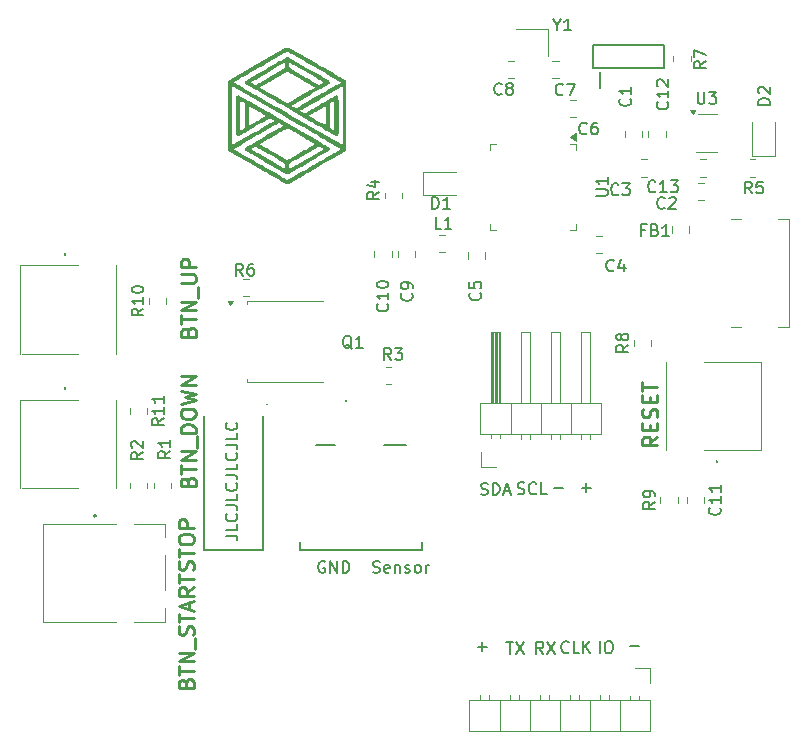
<source format=gbr>
%TF.GenerationSoftware,KiCad,Pcbnew,8.0.3*%
%TF.CreationDate,2024-07-18T14:45:25+02:00*%
%TF.ProjectId,usb-pd-mch-hotplate,7573622d-7064-42d6-9d63-682d686f7470,rev?*%
%TF.SameCoordinates,Original*%
%TF.FileFunction,Legend,Top*%
%TF.FilePolarity,Positive*%
%FSLAX46Y46*%
G04 Gerber Fmt 4.6, Leading zero omitted, Abs format (unit mm)*
G04 Created by KiCad (PCBNEW 8.0.3) date 2024-07-18 14:45:25*
%MOMM*%
%LPD*%
G01*
G04 APERTURE LIST*
%ADD10C,0.150000*%
%ADD11C,0.254000*%
%ADD12C,0.120000*%
%ADD13C,0.000000*%
%ADD14C,0.100000*%
%ADD15C,0.200000*%
G04 APERTURE END LIST*
D10*
X147089160Y-100822200D02*
X147232017Y-100869819D01*
X147232017Y-100869819D02*
X147470112Y-100869819D01*
X147470112Y-100869819D02*
X147565350Y-100822200D01*
X147565350Y-100822200D02*
X147612969Y-100774580D01*
X147612969Y-100774580D02*
X147660588Y-100679342D01*
X147660588Y-100679342D02*
X147660588Y-100584104D01*
X147660588Y-100584104D02*
X147612969Y-100488866D01*
X147612969Y-100488866D02*
X147565350Y-100441247D01*
X147565350Y-100441247D02*
X147470112Y-100393628D01*
X147470112Y-100393628D02*
X147279636Y-100346009D01*
X147279636Y-100346009D02*
X147184398Y-100298390D01*
X147184398Y-100298390D02*
X147136779Y-100250771D01*
X147136779Y-100250771D02*
X147089160Y-100155533D01*
X147089160Y-100155533D02*
X147089160Y-100060295D01*
X147089160Y-100060295D02*
X147136779Y-99965057D01*
X147136779Y-99965057D02*
X147184398Y-99917438D01*
X147184398Y-99917438D02*
X147279636Y-99869819D01*
X147279636Y-99869819D02*
X147517731Y-99869819D01*
X147517731Y-99869819D02*
X147660588Y-99917438D01*
X148089160Y-100869819D02*
X148089160Y-99869819D01*
X148089160Y-99869819D02*
X148327255Y-99869819D01*
X148327255Y-99869819D02*
X148470112Y-99917438D01*
X148470112Y-99917438D02*
X148565350Y-100012676D01*
X148565350Y-100012676D02*
X148612969Y-100107914D01*
X148612969Y-100107914D02*
X148660588Y-100298390D01*
X148660588Y-100298390D02*
X148660588Y-100441247D01*
X148660588Y-100441247D02*
X148612969Y-100631723D01*
X148612969Y-100631723D02*
X148565350Y-100726961D01*
X148565350Y-100726961D02*
X148470112Y-100822200D01*
X148470112Y-100822200D02*
X148327255Y-100869819D01*
X148327255Y-100869819D02*
X148089160Y-100869819D01*
X149041541Y-100584104D02*
X149517731Y-100584104D01*
X148946303Y-100869819D02*
X149279636Y-99869819D01*
X149279636Y-99869819D02*
X149612969Y-100869819D01*
X150189160Y-100772200D02*
X150332017Y-100819819D01*
X150332017Y-100819819D02*
X150570112Y-100819819D01*
X150570112Y-100819819D02*
X150665350Y-100772200D01*
X150665350Y-100772200D02*
X150712969Y-100724580D01*
X150712969Y-100724580D02*
X150760588Y-100629342D01*
X150760588Y-100629342D02*
X150760588Y-100534104D01*
X150760588Y-100534104D02*
X150712969Y-100438866D01*
X150712969Y-100438866D02*
X150665350Y-100391247D01*
X150665350Y-100391247D02*
X150570112Y-100343628D01*
X150570112Y-100343628D02*
X150379636Y-100296009D01*
X150379636Y-100296009D02*
X150284398Y-100248390D01*
X150284398Y-100248390D02*
X150236779Y-100200771D01*
X150236779Y-100200771D02*
X150189160Y-100105533D01*
X150189160Y-100105533D02*
X150189160Y-100010295D01*
X150189160Y-100010295D02*
X150236779Y-99915057D01*
X150236779Y-99915057D02*
X150284398Y-99867438D01*
X150284398Y-99867438D02*
X150379636Y-99819819D01*
X150379636Y-99819819D02*
X150617731Y-99819819D01*
X150617731Y-99819819D02*
X150760588Y-99867438D01*
X151760588Y-100724580D02*
X151712969Y-100772200D01*
X151712969Y-100772200D02*
X151570112Y-100819819D01*
X151570112Y-100819819D02*
X151474874Y-100819819D01*
X151474874Y-100819819D02*
X151332017Y-100772200D01*
X151332017Y-100772200D02*
X151236779Y-100676961D01*
X151236779Y-100676961D02*
X151189160Y-100581723D01*
X151189160Y-100581723D02*
X151141541Y-100391247D01*
X151141541Y-100391247D02*
X151141541Y-100248390D01*
X151141541Y-100248390D02*
X151189160Y-100057914D01*
X151189160Y-100057914D02*
X151236779Y-99962676D01*
X151236779Y-99962676D02*
X151332017Y-99867438D01*
X151332017Y-99867438D02*
X151474874Y-99819819D01*
X151474874Y-99819819D02*
X151570112Y-99819819D01*
X151570112Y-99819819D02*
X151712969Y-99867438D01*
X151712969Y-99867438D02*
X151760588Y-99915057D01*
X152665350Y-100819819D02*
X152189160Y-100819819D01*
X152189160Y-100819819D02*
X152189160Y-99819819D01*
X149243922Y-113319819D02*
X149815350Y-113319819D01*
X149529636Y-114319819D02*
X149529636Y-113319819D01*
X150053446Y-113319819D02*
X150720112Y-114319819D01*
X150720112Y-113319819D02*
X150053446Y-114319819D01*
X155636779Y-100288866D02*
X156398684Y-100288866D01*
X156017731Y-100669819D02*
X156017731Y-99907914D01*
X152358207Y-114319819D02*
X152024874Y-113843628D01*
X151786779Y-114319819D02*
X151786779Y-113319819D01*
X151786779Y-113319819D02*
X152167731Y-113319819D01*
X152167731Y-113319819D02*
X152262969Y-113367438D01*
X152262969Y-113367438D02*
X152310588Y-113415057D01*
X152310588Y-113415057D02*
X152358207Y-113510295D01*
X152358207Y-113510295D02*
X152358207Y-113653152D01*
X152358207Y-113653152D02*
X152310588Y-113748390D01*
X152310588Y-113748390D02*
X152262969Y-113796009D01*
X152262969Y-113796009D02*
X152167731Y-113843628D01*
X152167731Y-113843628D02*
X151786779Y-113843628D01*
X152691541Y-113319819D02*
X153358207Y-114319819D01*
X153358207Y-113319819D02*
X152691541Y-114319819D01*
X159736779Y-113688866D02*
X160498684Y-113688866D01*
X154508207Y-114174580D02*
X154460588Y-114222200D01*
X154460588Y-114222200D02*
X154317731Y-114269819D01*
X154317731Y-114269819D02*
X154222493Y-114269819D01*
X154222493Y-114269819D02*
X154079636Y-114222200D01*
X154079636Y-114222200D02*
X153984398Y-114126961D01*
X153984398Y-114126961D02*
X153936779Y-114031723D01*
X153936779Y-114031723D02*
X153889160Y-113841247D01*
X153889160Y-113841247D02*
X153889160Y-113698390D01*
X153889160Y-113698390D02*
X153936779Y-113507914D01*
X153936779Y-113507914D02*
X153984398Y-113412676D01*
X153984398Y-113412676D02*
X154079636Y-113317438D01*
X154079636Y-113317438D02*
X154222493Y-113269819D01*
X154222493Y-113269819D02*
X154317731Y-113269819D01*
X154317731Y-113269819D02*
X154460588Y-113317438D01*
X154460588Y-113317438D02*
X154508207Y-113365057D01*
X155412969Y-114269819D02*
X154936779Y-114269819D01*
X154936779Y-114269819D02*
X154936779Y-113269819D01*
X155746303Y-114269819D02*
X155746303Y-113269819D01*
X156317731Y-114269819D02*
X155889160Y-113698390D01*
X156317731Y-113269819D02*
X155746303Y-113841247D01*
X157136779Y-114269819D02*
X157136779Y-113269819D01*
X157803445Y-113269819D02*
X157993921Y-113269819D01*
X157993921Y-113269819D02*
X158089159Y-113317438D01*
X158089159Y-113317438D02*
X158184397Y-113412676D01*
X158184397Y-113412676D02*
X158232016Y-113603152D01*
X158232016Y-113603152D02*
X158232016Y-113936485D01*
X158232016Y-113936485D02*
X158184397Y-114126961D01*
X158184397Y-114126961D02*
X158089159Y-114222200D01*
X158089159Y-114222200D02*
X157993921Y-114269819D01*
X157993921Y-114269819D02*
X157803445Y-114269819D01*
X157803445Y-114269819D02*
X157708207Y-114222200D01*
X157708207Y-114222200D02*
X157612969Y-114126961D01*
X157612969Y-114126961D02*
X157565350Y-113936485D01*
X157565350Y-113936485D02*
X157565350Y-113603152D01*
X157565350Y-113603152D02*
X157612969Y-113412676D01*
X157612969Y-113412676D02*
X157708207Y-113317438D01*
X157708207Y-113317438D02*
X157803445Y-113269819D01*
X153236779Y-100288866D02*
X153998684Y-100288866D01*
X133860588Y-106517438D02*
X133765350Y-106469819D01*
X133765350Y-106469819D02*
X133622493Y-106469819D01*
X133622493Y-106469819D02*
X133479636Y-106517438D01*
X133479636Y-106517438D02*
X133384398Y-106612676D01*
X133384398Y-106612676D02*
X133336779Y-106707914D01*
X133336779Y-106707914D02*
X133289160Y-106898390D01*
X133289160Y-106898390D02*
X133289160Y-107041247D01*
X133289160Y-107041247D02*
X133336779Y-107231723D01*
X133336779Y-107231723D02*
X133384398Y-107326961D01*
X133384398Y-107326961D02*
X133479636Y-107422200D01*
X133479636Y-107422200D02*
X133622493Y-107469819D01*
X133622493Y-107469819D02*
X133717731Y-107469819D01*
X133717731Y-107469819D02*
X133860588Y-107422200D01*
X133860588Y-107422200D02*
X133908207Y-107374580D01*
X133908207Y-107374580D02*
X133908207Y-107041247D01*
X133908207Y-107041247D02*
X133717731Y-107041247D01*
X134336779Y-107469819D02*
X134336779Y-106469819D01*
X134336779Y-106469819D02*
X134908207Y-107469819D01*
X134908207Y-107469819D02*
X134908207Y-106469819D01*
X135384398Y-107469819D02*
X135384398Y-106469819D01*
X135384398Y-106469819D02*
X135622493Y-106469819D01*
X135622493Y-106469819D02*
X135765350Y-106517438D01*
X135765350Y-106517438D02*
X135860588Y-106612676D01*
X135860588Y-106612676D02*
X135908207Y-106707914D01*
X135908207Y-106707914D02*
X135955826Y-106898390D01*
X135955826Y-106898390D02*
X135955826Y-107041247D01*
X135955826Y-107041247D02*
X135908207Y-107231723D01*
X135908207Y-107231723D02*
X135860588Y-107326961D01*
X135860588Y-107326961D02*
X135765350Y-107422200D01*
X135765350Y-107422200D02*
X135622493Y-107469819D01*
X135622493Y-107469819D02*
X135384398Y-107469819D01*
X146836779Y-113738866D02*
X147598684Y-113738866D01*
X147217731Y-114119819D02*
X147217731Y-113357914D01*
X125469819Y-104327506D02*
X126184104Y-104327506D01*
X126184104Y-104327506D02*
X126326961Y-104375125D01*
X126326961Y-104375125D02*
X126422200Y-104470363D01*
X126422200Y-104470363D02*
X126469819Y-104613220D01*
X126469819Y-104613220D02*
X126469819Y-104708458D01*
X126469819Y-103375125D02*
X126469819Y-103851315D01*
X126469819Y-103851315D02*
X125469819Y-103851315D01*
X126374580Y-102470363D02*
X126422200Y-102517982D01*
X126422200Y-102517982D02*
X126469819Y-102660839D01*
X126469819Y-102660839D02*
X126469819Y-102756077D01*
X126469819Y-102756077D02*
X126422200Y-102898934D01*
X126422200Y-102898934D02*
X126326961Y-102994172D01*
X126326961Y-102994172D02*
X126231723Y-103041791D01*
X126231723Y-103041791D02*
X126041247Y-103089410D01*
X126041247Y-103089410D02*
X125898390Y-103089410D01*
X125898390Y-103089410D02*
X125707914Y-103041791D01*
X125707914Y-103041791D02*
X125612676Y-102994172D01*
X125612676Y-102994172D02*
X125517438Y-102898934D01*
X125517438Y-102898934D02*
X125469819Y-102756077D01*
X125469819Y-102756077D02*
X125469819Y-102660839D01*
X125469819Y-102660839D02*
X125517438Y-102517982D01*
X125517438Y-102517982D02*
X125565057Y-102470363D01*
X125469819Y-101756077D02*
X126184104Y-101756077D01*
X126184104Y-101756077D02*
X126326961Y-101803696D01*
X126326961Y-101803696D02*
X126422200Y-101898934D01*
X126422200Y-101898934D02*
X126469819Y-102041791D01*
X126469819Y-102041791D02*
X126469819Y-102137029D01*
X126469819Y-100803696D02*
X126469819Y-101279886D01*
X126469819Y-101279886D02*
X125469819Y-101279886D01*
X126374580Y-99898934D02*
X126422200Y-99946553D01*
X126422200Y-99946553D02*
X126469819Y-100089410D01*
X126469819Y-100089410D02*
X126469819Y-100184648D01*
X126469819Y-100184648D02*
X126422200Y-100327505D01*
X126422200Y-100327505D02*
X126326961Y-100422743D01*
X126326961Y-100422743D02*
X126231723Y-100470362D01*
X126231723Y-100470362D02*
X126041247Y-100517981D01*
X126041247Y-100517981D02*
X125898390Y-100517981D01*
X125898390Y-100517981D02*
X125707914Y-100470362D01*
X125707914Y-100470362D02*
X125612676Y-100422743D01*
X125612676Y-100422743D02*
X125517438Y-100327505D01*
X125517438Y-100327505D02*
X125469819Y-100184648D01*
X125469819Y-100184648D02*
X125469819Y-100089410D01*
X125469819Y-100089410D02*
X125517438Y-99946553D01*
X125517438Y-99946553D02*
X125565057Y-99898934D01*
X125469819Y-99184648D02*
X126184104Y-99184648D01*
X126184104Y-99184648D02*
X126326961Y-99232267D01*
X126326961Y-99232267D02*
X126422200Y-99327505D01*
X126422200Y-99327505D02*
X126469819Y-99470362D01*
X126469819Y-99470362D02*
X126469819Y-99565600D01*
X126469819Y-98232267D02*
X126469819Y-98708457D01*
X126469819Y-98708457D02*
X125469819Y-98708457D01*
X126374580Y-97327505D02*
X126422200Y-97375124D01*
X126422200Y-97375124D02*
X126469819Y-97517981D01*
X126469819Y-97517981D02*
X126469819Y-97613219D01*
X126469819Y-97613219D02*
X126422200Y-97756076D01*
X126422200Y-97756076D02*
X126326961Y-97851314D01*
X126326961Y-97851314D02*
X126231723Y-97898933D01*
X126231723Y-97898933D02*
X126041247Y-97946552D01*
X126041247Y-97946552D02*
X125898390Y-97946552D01*
X125898390Y-97946552D02*
X125707914Y-97898933D01*
X125707914Y-97898933D02*
X125612676Y-97851314D01*
X125612676Y-97851314D02*
X125517438Y-97756076D01*
X125517438Y-97756076D02*
X125469819Y-97613219D01*
X125469819Y-97613219D02*
X125469819Y-97517981D01*
X125469819Y-97517981D02*
X125517438Y-97375124D01*
X125517438Y-97375124D02*
X125565057Y-97327505D01*
X125469819Y-96613219D02*
X126184104Y-96613219D01*
X126184104Y-96613219D02*
X126326961Y-96660838D01*
X126326961Y-96660838D02*
X126422200Y-96756076D01*
X126422200Y-96756076D02*
X126469819Y-96898933D01*
X126469819Y-96898933D02*
X126469819Y-96994171D01*
X126469819Y-95660838D02*
X126469819Y-96137028D01*
X126469819Y-96137028D02*
X125469819Y-96137028D01*
X126374580Y-94756076D02*
X126422200Y-94803695D01*
X126422200Y-94803695D02*
X126469819Y-94946552D01*
X126469819Y-94946552D02*
X126469819Y-95041790D01*
X126469819Y-95041790D02*
X126422200Y-95184647D01*
X126422200Y-95184647D02*
X126326961Y-95279885D01*
X126326961Y-95279885D02*
X126231723Y-95327504D01*
X126231723Y-95327504D02*
X126041247Y-95375123D01*
X126041247Y-95375123D02*
X125898390Y-95375123D01*
X125898390Y-95375123D02*
X125707914Y-95327504D01*
X125707914Y-95327504D02*
X125612676Y-95279885D01*
X125612676Y-95279885D02*
X125517438Y-95184647D01*
X125517438Y-95184647D02*
X125469819Y-95041790D01*
X125469819Y-95041790D02*
X125469819Y-94946552D01*
X125469819Y-94946552D02*
X125517438Y-94803695D01*
X125517438Y-94803695D02*
X125565057Y-94756076D01*
X137939160Y-107422200D02*
X138082017Y-107469819D01*
X138082017Y-107469819D02*
X138320112Y-107469819D01*
X138320112Y-107469819D02*
X138415350Y-107422200D01*
X138415350Y-107422200D02*
X138462969Y-107374580D01*
X138462969Y-107374580D02*
X138510588Y-107279342D01*
X138510588Y-107279342D02*
X138510588Y-107184104D01*
X138510588Y-107184104D02*
X138462969Y-107088866D01*
X138462969Y-107088866D02*
X138415350Y-107041247D01*
X138415350Y-107041247D02*
X138320112Y-106993628D01*
X138320112Y-106993628D02*
X138129636Y-106946009D01*
X138129636Y-106946009D02*
X138034398Y-106898390D01*
X138034398Y-106898390D02*
X137986779Y-106850771D01*
X137986779Y-106850771D02*
X137939160Y-106755533D01*
X137939160Y-106755533D02*
X137939160Y-106660295D01*
X137939160Y-106660295D02*
X137986779Y-106565057D01*
X137986779Y-106565057D02*
X138034398Y-106517438D01*
X138034398Y-106517438D02*
X138129636Y-106469819D01*
X138129636Y-106469819D02*
X138367731Y-106469819D01*
X138367731Y-106469819D02*
X138510588Y-106517438D01*
X139320112Y-107422200D02*
X139224874Y-107469819D01*
X139224874Y-107469819D02*
X139034398Y-107469819D01*
X139034398Y-107469819D02*
X138939160Y-107422200D01*
X138939160Y-107422200D02*
X138891541Y-107326961D01*
X138891541Y-107326961D02*
X138891541Y-106946009D01*
X138891541Y-106946009D02*
X138939160Y-106850771D01*
X138939160Y-106850771D02*
X139034398Y-106803152D01*
X139034398Y-106803152D02*
X139224874Y-106803152D01*
X139224874Y-106803152D02*
X139320112Y-106850771D01*
X139320112Y-106850771D02*
X139367731Y-106946009D01*
X139367731Y-106946009D02*
X139367731Y-107041247D01*
X139367731Y-107041247D02*
X138891541Y-107136485D01*
X139796303Y-106803152D02*
X139796303Y-107469819D01*
X139796303Y-106898390D02*
X139843922Y-106850771D01*
X139843922Y-106850771D02*
X139939160Y-106803152D01*
X139939160Y-106803152D02*
X140082017Y-106803152D01*
X140082017Y-106803152D02*
X140177255Y-106850771D01*
X140177255Y-106850771D02*
X140224874Y-106946009D01*
X140224874Y-106946009D02*
X140224874Y-107469819D01*
X140653446Y-107422200D02*
X140748684Y-107469819D01*
X140748684Y-107469819D02*
X140939160Y-107469819D01*
X140939160Y-107469819D02*
X141034398Y-107422200D01*
X141034398Y-107422200D02*
X141082017Y-107326961D01*
X141082017Y-107326961D02*
X141082017Y-107279342D01*
X141082017Y-107279342D02*
X141034398Y-107184104D01*
X141034398Y-107184104D02*
X140939160Y-107136485D01*
X140939160Y-107136485D02*
X140796303Y-107136485D01*
X140796303Y-107136485D02*
X140701065Y-107088866D01*
X140701065Y-107088866D02*
X140653446Y-106993628D01*
X140653446Y-106993628D02*
X140653446Y-106946009D01*
X140653446Y-106946009D02*
X140701065Y-106850771D01*
X140701065Y-106850771D02*
X140796303Y-106803152D01*
X140796303Y-106803152D02*
X140939160Y-106803152D01*
X140939160Y-106803152D02*
X141034398Y-106850771D01*
X141653446Y-107469819D02*
X141558208Y-107422200D01*
X141558208Y-107422200D02*
X141510589Y-107374580D01*
X141510589Y-107374580D02*
X141462970Y-107279342D01*
X141462970Y-107279342D02*
X141462970Y-106993628D01*
X141462970Y-106993628D02*
X141510589Y-106898390D01*
X141510589Y-106898390D02*
X141558208Y-106850771D01*
X141558208Y-106850771D02*
X141653446Y-106803152D01*
X141653446Y-106803152D02*
X141796303Y-106803152D01*
X141796303Y-106803152D02*
X141891541Y-106850771D01*
X141891541Y-106850771D02*
X141939160Y-106898390D01*
X141939160Y-106898390D02*
X141986779Y-106993628D01*
X141986779Y-106993628D02*
X141986779Y-107279342D01*
X141986779Y-107279342D02*
X141939160Y-107374580D01*
X141939160Y-107374580D02*
X141891541Y-107422200D01*
X141891541Y-107422200D02*
X141796303Y-107469819D01*
X141796303Y-107469819D02*
X141653446Y-107469819D01*
X142415351Y-107469819D02*
X142415351Y-106803152D01*
X142415351Y-106993628D02*
X142462970Y-106898390D01*
X142462970Y-106898390D02*
X142510589Y-106850771D01*
X142510589Y-106850771D02*
X142605827Y-106803152D01*
X142605827Y-106803152D02*
X142701065Y-106803152D01*
X147009580Y-83766666D02*
X147057200Y-83814285D01*
X147057200Y-83814285D02*
X147104819Y-83957142D01*
X147104819Y-83957142D02*
X147104819Y-84052380D01*
X147104819Y-84052380D02*
X147057200Y-84195237D01*
X147057200Y-84195237D02*
X146961961Y-84290475D01*
X146961961Y-84290475D02*
X146866723Y-84338094D01*
X146866723Y-84338094D02*
X146676247Y-84385713D01*
X146676247Y-84385713D02*
X146533390Y-84385713D01*
X146533390Y-84385713D02*
X146342914Y-84338094D01*
X146342914Y-84338094D02*
X146247676Y-84290475D01*
X146247676Y-84290475D02*
X146152438Y-84195237D01*
X146152438Y-84195237D02*
X146104819Y-84052380D01*
X146104819Y-84052380D02*
X146104819Y-83957142D01*
X146104819Y-83957142D02*
X146152438Y-83814285D01*
X146152438Y-83814285D02*
X146200057Y-83766666D01*
X146104819Y-82861904D02*
X146104819Y-83338094D01*
X146104819Y-83338094D02*
X146581009Y-83385713D01*
X146581009Y-83385713D02*
X146533390Y-83338094D01*
X146533390Y-83338094D02*
X146485771Y-83242856D01*
X146485771Y-83242856D02*
X146485771Y-83004761D01*
X146485771Y-83004761D02*
X146533390Y-82909523D01*
X146533390Y-82909523D02*
X146581009Y-82861904D01*
X146581009Y-82861904D02*
X146676247Y-82814285D01*
X146676247Y-82814285D02*
X146914342Y-82814285D01*
X146914342Y-82814285D02*
X147009580Y-82861904D01*
X147009580Y-82861904D02*
X147057200Y-82909523D01*
X147057200Y-82909523D02*
X147104819Y-83004761D01*
X147104819Y-83004761D02*
X147104819Y-83242856D01*
X147104819Y-83242856D02*
X147057200Y-83338094D01*
X147057200Y-83338094D02*
X147009580Y-83385713D01*
X158333333Y-81859580D02*
X158285714Y-81907200D01*
X158285714Y-81907200D02*
X158142857Y-81954819D01*
X158142857Y-81954819D02*
X158047619Y-81954819D01*
X158047619Y-81954819D02*
X157904762Y-81907200D01*
X157904762Y-81907200D02*
X157809524Y-81811961D01*
X157809524Y-81811961D02*
X157761905Y-81716723D01*
X157761905Y-81716723D02*
X157714286Y-81526247D01*
X157714286Y-81526247D02*
X157714286Y-81383390D01*
X157714286Y-81383390D02*
X157761905Y-81192914D01*
X157761905Y-81192914D02*
X157809524Y-81097676D01*
X157809524Y-81097676D02*
X157904762Y-81002438D01*
X157904762Y-81002438D02*
X158047619Y-80954819D01*
X158047619Y-80954819D02*
X158142857Y-80954819D01*
X158142857Y-80954819D02*
X158285714Y-81002438D01*
X158285714Y-81002438D02*
X158333333Y-81050057D01*
X159190476Y-81288152D02*
X159190476Y-81954819D01*
X158952381Y-80907200D02*
X158714286Y-81621485D01*
X158714286Y-81621485D02*
X159333333Y-81621485D01*
X118504819Y-85092857D02*
X118028628Y-85426190D01*
X118504819Y-85664285D02*
X117504819Y-85664285D01*
X117504819Y-85664285D02*
X117504819Y-85283333D01*
X117504819Y-85283333D02*
X117552438Y-85188095D01*
X117552438Y-85188095D02*
X117600057Y-85140476D01*
X117600057Y-85140476D02*
X117695295Y-85092857D01*
X117695295Y-85092857D02*
X117838152Y-85092857D01*
X117838152Y-85092857D02*
X117933390Y-85140476D01*
X117933390Y-85140476D02*
X117981009Y-85188095D01*
X117981009Y-85188095D02*
X118028628Y-85283333D01*
X118028628Y-85283333D02*
X118028628Y-85664285D01*
X118504819Y-84140476D02*
X118504819Y-84711904D01*
X118504819Y-84426190D02*
X117504819Y-84426190D01*
X117504819Y-84426190D02*
X117647676Y-84521428D01*
X117647676Y-84521428D02*
X117742914Y-84616666D01*
X117742914Y-84616666D02*
X117790533Y-84711904D01*
X117504819Y-83521428D02*
X117504819Y-83426190D01*
X117504819Y-83426190D02*
X117552438Y-83330952D01*
X117552438Y-83330952D02*
X117600057Y-83283333D01*
X117600057Y-83283333D02*
X117695295Y-83235714D01*
X117695295Y-83235714D02*
X117885771Y-83188095D01*
X117885771Y-83188095D02*
X118123866Y-83188095D01*
X118123866Y-83188095D02*
X118314342Y-83235714D01*
X118314342Y-83235714D02*
X118409580Y-83283333D01*
X118409580Y-83283333D02*
X118457200Y-83330952D01*
X118457200Y-83330952D02*
X118504819Y-83426190D01*
X118504819Y-83426190D02*
X118504819Y-83521428D01*
X118504819Y-83521428D02*
X118457200Y-83616666D01*
X118457200Y-83616666D02*
X118409580Y-83664285D01*
X118409580Y-83664285D02*
X118314342Y-83711904D01*
X118314342Y-83711904D02*
X118123866Y-83759523D01*
X118123866Y-83759523D02*
X117885771Y-83759523D01*
X117885771Y-83759523D02*
X117695295Y-83711904D01*
X117695295Y-83711904D02*
X117600057Y-83664285D01*
X117600057Y-83664285D02*
X117552438Y-83616666D01*
X117552438Y-83616666D02*
X117504819Y-83521428D01*
X159709580Y-67316666D02*
X159757200Y-67364285D01*
X159757200Y-67364285D02*
X159804819Y-67507142D01*
X159804819Y-67507142D02*
X159804819Y-67602380D01*
X159804819Y-67602380D02*
X159757200Y-67745237D01*
X159757200Y-67745237D02*
X159661961Y-67840475D01*
X159661961Y-67840475D02*
X159566723Y-67888094D01*
X159566723Y-67888094D02*
X159376247Y-67935713D01*
X159376247Y-67935713D02*
X159233390Y-67935713D01*
X159233390Y-67935713D02*
X159042914Y-67888094D01*
X159042914Y-67888094D02*
X158947676Y-67840475D01*
X158947676Y-67840475D02*
X158852438Y-67745237D01*
X158852438Y-67745237D02*
X158804819Y-67602380D01*
X158804819Y-67602380D02*
X158804819Y-67507142D01*
X158804819Y-67507142D02*
X158852438Y-67364285D01*
X158852438Y-67364285D02*
X158900057Y-67316666D01*
X159804819Y-66364285D02*
X159804819Y-66935713D01*
X159804819Y-66649999D02*
X158804819Y-66649999D01*
X158804819Y-66649999D02*
X158947676Y-66745237D01*
X158947676Y-66745237D02*
X159042914Y-66840475D01*
X159042914Y-66840475D02*
X159090533Y-66935713D01*
X162859580Y-67592857D02*
X162907200Y-67640476D01*
X162907200Y-67640476D02*
X162954819Y-67783333D01*
X162954819Y-67783333D02*
X162954819Y-67878571D01*
X162954819Y-67878571D02*
X162907200Y-68021428D01*
X162907200Y-68021428D02*
X162811961Y-68116666D01*
X162811961Y-68116666D02*
X162716723Y-68164285D01*
X162716723Y-68164285D02*
X162526247Y-68211904D01*
X162526247Y-68211904D02*
X162383390Y-68211904D01*
X162383390Y-68211904D02*
X162192914Y-68164285D01*
X162192914Y-68164285D02*
X162097676Y-68116666D01*
X162097676Y-68116666D02*
X162002438Y-68021428D01*
X162002438Y-68021428D02*
X161954819Y-67878571D01*
X161954819Y-67878571D02*
X161954819Y-67783333D01*
X161954819Y-67783333D02*
X162002438Y-67640476D01*
X162002438Y-67640476D02*
X162050057Y-67592857D01*
X162954819Y-66640476D02*
X162954819Y-67211904D01*
X162954819Y-66926190D02*
X161954819Y-66926190D01*
X161954819Y-66926190D02*
X162097676Y-67021428D01*
X162097676Y-67021428D02*
X162192914Y-67116666D01*
X162192914Y-67116666D02*
X162240533Y-67211904D01*
X162050057Y-66259523D02*
X162002438Y-66211904D01*
X162002438Y-66211904D02*
X161954819Y-66116666D01*
X161954819Y-66116666D02*
X161954819Y-65878571D01*
X161954819Y-65878571D02*
X162002438Y-65783333D01*
X162002438Y-65783333D02*
X162050057Y-65735714D01*
X162050057Y-65735714D02*
X162145295Y-65688095D01*
X162145295Y-65688095D02*
X162240533Y-65688095D01*
X162240533Y-65688095D02*
X162383390Y-65735714D01*
X162383390Y-65735714D02*
X162954819Y-66307142D01*
X162954819Y-66307142D02*
X162954819Y-65688095D01*
X143733333Y-78354819D02*
X143257143Y-78354819D01*
X143257143Y-78354819D02*
X143257143Y-77354819D01*
X144590476Y-78354819D02*
X144019048Y-78354819D01*
X144304762Y-78354819D02*
X144304762Y-77354819D01*
X144304762Y-77354819D02*
X144209524Y-77497676D01*
X144209524Y-77497676D02*
X144114286Y-77592914D01*
X144114286Y-77592914D02*
X144019048Y-77640533D01*
X162633333Y-76559580D02*
X162585714Y-76607200D01*
X162585714Y-76607200D02*
X162442857Y-76654819D01*
X162442857Y-76654819D02*
X162347619Y-76654819D01*
X162347619Y-76654819D02*
X162204762Y-76607200D01*
X162204762Y-76607200D02*
X162109524Y-76511961D01*
X162109524Y-76511961D02*
X162061905Y-76416723D01*
X162061905Y-76416723D02*
X162014286Y-76226247D01*
X162014286Y-76226247D02*
X162014286Y-76083390D01*
X162014286Y-76083390D02*
X162061905Y-75892914D01*
X162061905Y-75892914D02*
X162109524Y-75797676D01*
X162109524Y-75797676D02*
X162204762Y-75702438D01*
X162204762Y-75702438D02*
X162347619Y-75654819D01*
X162347619Y-75654819D02*
X162442857Y-75654819D01*
X162442857Y-75654819D02*
X162585714Y-75702438D01*
X162585714Y-75702438D02*
X162633333Y-75750057D01*
X163014286Y-75750057D02*
X163061905Y-75702438D01*
X163061905Y-75702438D02*
X163157143Y-75654819D01*
X163157143Y-75654819D02*
X163395238Y-75654819D01*
X163395238Y-75654819D02*
X163490476Y-75702438D01*
X163490476Y-75702438D02*
X163538095Y-75750057D01*
X163538095Y-75750057D02*
X163585714Y-75845295D01*
X163585714Y-75845295D02*
X163585714Y-75940533D01*
X163585714Y-75940533D02*
X163538095Y-76083390D01*
X163538095Y-76083390D02*
X162966667Y-76654819D01*
X162966667Y-76654819D02*
X163585714Y-76654819D01*
X167289580Y-101942857D02*
X167337200Y-101990476D01*
X167337200Y-101990476D02*
X167384819Y-102133333D01*
X167384819Y-102133333D02*
X167384819Y-102228571D01*
X167384819Y-102228571D02*
X167337200Y-102371428D01*
X167337200Y-102371428D02*
X167241961Y-102466666D01*
X167241961Y-102466666D02*
X167146723Y-102514285D01*
X167146723Y-102514285D02*
X166956247Y-102561904D01*
X166956247Y-102561904D02*
X166813390Y-102561904D01*
X166813390Y-102561904D02*
X166622914Y-102514285D01*
X166622914Y-102514285D02*
X166527676Y-102466666D01*
X166527676Y-102466666D02*
X166432438Y-102371428D01*
X166432438Y-102371428D02*
X166384819Y-102228571D01*
X166384819Y-102228571D02*
X166384819Y-102133333D01*
X166384819Y-102133333D02*
X166432438Y-101990476D01*
X166432438Y-101990476D02*
X166480057Y-101942857D01*
X167384819Y-100990476D02*
X167384819Y-101561904D01*
X167384819Y-101276190D02*
X166384819Y-101276190D01*
X166384819Y-101276190D02*
X166527676Y-101371428D01*
X166527676Y-101371428D02*
X166622914Y-101466666D01*
X166622914Y-101466666D02*
X166670533Y-101561904D01*
X167384819Y-100038095D02*
X167384819Y-100609523D01*
X167384819Y-100323809D02*
X166384819Y-100323809D01*
X166384819Y-100323809D02*
X166527676Y-100419047D01*
X166527676Y-100419047D02*
X166622914Y-100514285D01*
X166622914Y-100514285D02*
X166670533Y-100609523D01*
X158733333Y-75409580D02*
X158685714Y-75457200D01*
X158685714Y-75457200D02*
X158542857Y-75504819D01*
X158542857Y-75504819D02*
X158447619Y-75504819D01*
X158447619Y-75504819D02*
X158304762Y-75457200D01*
X158304762Y-75457200D02*
X158209524Y-75361961D01*
X158209524Y-75361961D02*
X158161905Y-75266723D01*
X158161905Y-75266723D02*
X158114286Y-75076247D01*
X158114286Y-75076247D02*
X158114286Y-74933390D01*
X158114286Y-74933390D02*
X158161905Y-74742914D01*
X158161905Y-74742914D02*
X158209524Y-74647676D01*
X158209524Y-74647676D02*
X158304762Y-74552438D01*
X158304762Y-74552438D02*
X158447619Y-74504819D01*
X158447619Y-74504819D02*
X158542857Y-74504819D01*
X158542857Y-74504819D02*
X158685714Y-74552438D01*
X158685714Y-74552438D02*
X158733333Y-74600057D01*
X159066667Y-74504819D02*
X159685714Y-74504819D01*
X159685714Y-74504819D02*
X159352381Y-74885771D01*
X159352381Y-74885771D02*
X159495238Y-74885771D01*
X159495238Y-74885771D02*
X159590476Y-74933390D01*
X159590476Y-74933390D02*
X159638095Y-74981009D01*
X159638095Y-74981009D02*
X159685714Y-75076247D01*
X159685714Y-75076247D02*
X159685714Y-75314342D01*
X159685714Y-75314342D02*
X159638095Y-75409580D01*
X159638095Y-75409580D02*
X159590476Y-75457200D01*
X159590476Y-75457200D02*
X159495238Y-75504819D01*
X159495238Y-75504819D02*
X159209524Y-75504819D01*
X159209524Y-75504819D02*
X159114286Y-75457200D01*
X159114286Y-75457200D02*
X159066667Y-75409580D01*
D11*
X122309080Y-87042380D02*
X122369556Y-86860952D01*
X122369556Y-86860952D02*
X122430032Y-86800475D01*
X122430032Y-86800475D02*
X122550984Y-86739999D01*
X122550984Y-86739999D02*
X122732413Y-86739999D01*
X122732413Y-86739999D02*
X122853365Y-86800475D01*
X122853365Y-86800475D02*
X122913842Y-86860952D01*
X122913842Y-86860952D02*
X122974318Y-86981904D01*
X122974318Y-86981904D02*
X122974318Y-87465714D01*
X122974318Y-87465714D02*
X121704318Y-87465714D01*
X121704318Y-87465714D02*
X121704318Y-87042380D01*
X121704318Y-87042380D02*
X121764794Y-86921428D01*
X121764794Y-86921428D02*
X121825270Y-86860952D01*
X121825270Y-86860952D02*
X121946222Y-86800475D01*
X121946222Y-86800475D02*
X122067175Y-86800475D01*
X122067175Y-86800475D02*
X122188127Y-86860952D01*
X122188127Y-86860952D02*
X122248603Y-86921428D01*
X122248603Y-86921428D02*
X122309080Y-87042380D01*
X122309080Y-87042380D02*
X122309080Y-87465714D01*
X121704318Y-86377142D02*
X121704318Y-85651428D01*
X122974318Y-86014285D02*
X121704318Y-86014285D01*
X122974318Y-85228095D02*
X121704318Y-85228095D01*
X121704318Y-85228095D02*
X122974318Y-84502380D01*
X122974318Y-84502380D02*
X121704318Y-84502380D01*
X123095270Y-84200000D02*
X123095270Y-83232380D01*
X121704318Y-82930000D02*
X122732413Y-82930000D01*
X122732413Y-82930000D02*
X122853365Y-82869523D01*
X122853365Y-82869523D02*
X122913842Y-82809047D01*
X122913842Y-82809047D02*
X122974318Y-82688095D01*
X122974318Y-82688095D02*
X122974318Y-82446190D01*
X122974318Y-82446190D02*
X122913842Y-82325238D01*
X122913842Y-82325238D02*
X122853365Y-82264761D01*
X122853365Y-82264761D02*
X122732413Y-82204285D01*
X122732413Y-82204285D02*
X121704318Y-82204285D01*
X122974318Y-81599524D02*
X121704318Y-81599524D01*
X121704318Y-81599524D02*
X121704318Y-81115714D01*
X121704318Y-81115714D02*
X121764794Y-80994762D01*
X121764794Y-80994762D02*
X121825270Y-80934285D01*
X121825270Y-80934285D02*
X121946222Y-80873809D01*
X121946222Y-80873809D02*
X122127651Y-80873809D01*
X122127651Y-80873809D02*
X122248603Y-80934285D01*
X122248603Y-80934285D02*
X122309080Y-80994762D01*
X122309080Y-80994762D02*
X122369556Y-81115714D01*
X122369556Y-81115714D02*
X122369556Y-81599524D01*
X122109080Y-116782618D02*
X122169556Y-116601190D01*
X122169556Y-116601190D02*
X122230032Y-116540713D01*
X122230032Y-116540713D02*
X122350984Y-116480237D01*
X122350984Y-116480237D02*
X122532413Y-116480237D01*
X122532413Y-116480237D02*
X122653365Y-116540713D01*
X122653365Y-116540713D02*
X122713842Y-116601190D01*
X122713842Y-116601190D02*
X122774318Y-116722142D01*
X122774318Y-116722142D02*
X122774318Y-117205952D01*
X122774318Y-117205952D02*
X121504318Y-117205952D01*
X121504318Y-117205952D02*
X121504318Y-116782618D01*
X121504318Y-116782618D02*
X121564794Y-116661666D01*
X121564794Y-116661666D02*
X121625270Y-116601190D01*
X121625270Y-116601190D02*
X121746222Y-116540713D01*
X121746222Y-116540713D02*
X121867175Y-116540713D01*
X121867175Y-116540713D02*
X121988127Y-116601190D01*
X121988127Y-116601190D02*
X122048603Y-116661666D01*
X122048603Y-116661666D02*
X122109080Y-116782618D01*
X122109080Y-116782618D02*
X122109080Y-117205952D01*
X121504318Y-116117380D02*
X121504318Y-115391666D01*
X122774318Y-115754523D02*
X121504318Y-115754523D01*
X122774318Y-114968333D02*
X121504318Y-114968333D01*
X121504318Y-114968333D02*
X122774318Y-114242618D01*
X122774318Y-114242618D02*
X121504318Y-114242618D01*
X122895270Y-113940238D02*
X122895270Y-112972618D01*
X122713842Y-112730714D02*
X122774318Y-112549285D01*
X122774318Y-112549285D02*
X122774318Y-112246904D01*
X122774318Y-112246904D02*
X122713842Y-112125952D01*
X122713842Y-112125952D02*
X122653365Y-112065476D01*
X122653365Y-112065476D02*
X122532413Y-112004999D01*
X122532413Y-112004999D02*
X122411461Y-112004999D01*
X122411461Y-112004999D02*
X122290508Y-112065476D01*
X122290508Y-112065476D02*
X122230032Y-112125952D01*
X122230032Y-112125952D02*
X122169556Y-112246904D01*
X122169556Y-112246904D02*
X122109080Y-112488809D01*
X122109080Y-112488809D02*
X122048603Y-112609761D01*
X122048603Y-112609761D02*
X121988127Y-112670238D01*
X121988127Y-112670238D02*
X121867175Y-112730714D01*
X121867175Y-112730714D02*
X121746222Y-112730714D01*
X121746222Y-112730714D02*
X121625270Y-112670238D01*
X121625270Y-112670238D02*
X121564794Y-112609761D01*
X121564794Y-112609761D02*
X121504318Y-112488809D01*
X121504318Y-112488809D02*
X121504318Y-112186428D01*
X121504318Y-112186428D02*
X121564794Y-112004999D01*
X121504318Y-111642142D02*
X121504318Y-110916428D01*
X122774318Y-111279285D02*
X121504318Y-111279285D01*
X122411461Y-110553571D02*
X122411461Y-109948809D01*
X122774318Y-110674523D02*
X121504318Y-110251190D01*
X121504318Y-110251190D02*
X122774318Y-109827856D01*
X122774318Y-108678809D02*
X122169556Y-109102143D01*
X122774318Y-109404524D02*
X121504318Y-109404524D01*
X121504318Y-109404524D02*
X121504318Y-108920714D01*
X121504318Y-108920714D02*
X121564794Y-108799762D01*
X121564794Y-108799762D02*
X121625270Y-108739285D01*
X121625270Y-108739285D02*
X121746222Y-108678809D01*
X121746222Y-108678809D02*
X121927651Y-108678809D01*
X121927651Y-108678809D02*
X122048603Y-108739285D01*
X122048603Y-108739285D02*
X122109080Y-108799762D01*
X122109080Y-108799762D02*
X122169556Y-108920714D01*
X122169556Y-108920714D02*
X122169556Y-109404524D01*
X121504318Y-108315952D02*
X121504318Y-107590238D01*
X122774318Y-107953095D02*
X121504318Y-107953095D01*
X122713842Y-107227381D02*
X122774318Y-107045952D01*
X122774318Y-107045952D02*
X122774318Y-106743571D01*
X122774318Y-106743571D02*
X122713842Y-106622619D01*
X122713842Y-106622619D02*
X122653365Y-106562143D01*
X122653365Y-106562143D02*
X122532413Y-106501666D01*
X122532413Y-106501666D02*
X122411461Y-106501666D01*
X122411461Y-106501666D02*
X122290508Y-106562143D01*
X122290508Y-106562143D02*
X122230032Y-106622619D01*
X122230032Y-106622619D02*
X122169556Y-106743571D01*
X122169556Y-106743571D02*
X122109080Y-106985476D01*
X122109080Y-106985476D02*
X122048603Y-107106428D01*
X122048603Y-107106428D02*
X121988127Y-107166905D01*
X121988127Y-107166905D02*
X121867175Y-107227381D01*
X121867175Y-107227381D02*
X121746222Y-107227381D01*
X121746222Y-107227381D02*
X121625270Y-107166905D01*
X121625270Y-107166905D02*
X121564794Y-107106428D01*
X121564794Y-107106428D02*
X121504318Y-106985476D01*
X121504318Y-106985476D02*
X121504318Y-106683095D01*
X121504318Y-106683095D02*
X121564794Y-106501666D01*
X121504318Y-106138809D02*
X121504318Y-105413095D01*
X122774318Y-105775952D02*
X121504318Y-105775952D01*
X121504318Y-104747857D02*
X121504318Y-104505952D01*
X121504318Y-104505952D02*
X121564794Y-104385000D01*
X121564794Y-104385000D02*
X121685746Y-104264047D01*
X121685746Y-104264047D02*
X121927651Y-104203571D01*
X121927651Y-104203571D02*
X122350984Y-104203571D01*
X122350984Y-104203571D02*
X122592889Y-104264047D01*
X122592889Y-104264047D02*
X122713842Y-104385000D01*
X122713842Y-104385000D02*
X122774318Y-104505952D01*
X122774318Y-104505952D02*
X122774318Y-104747857D01*
X122774318Y-104747857D02*
X122713842Y-104868809D01*
X122713842Y-104868809D02*
X122592889Y-104989762D01*
X122592889Y-104989762D02*
X122350984Y-105050238D01*
X122350984Y-105050238D02*
X121927651Y-105050238D01*
X121927651Y-105050238D02*
X121685746Y-104989762D01*
X121685746Y-104989762D02*
X121564794Y-104868809D01*
X121564794Y-104868809D02*
X121504318Y-104747857D01*
X122774318Y-103659286D02*
X121504318Y-103659286D01*
X121504318Y-103659286D02*
X121504318Y-103175476D01*
X121504318Y-103175476D02*
X121564794Y-103054524D01*
X121564794Y-103054524D02*
X121625270Y-102994047D01*
X121625270Y-102994047D02*
X121746222Y-102933571D01*
X121746222Y-102933571D02*
X121927651Y-102933571D01*
X121927651Y-102933571D02*
X122048603Y-102994047D01*
X122048603Y-102994047D02*
X122109080Y-103054524D01*
X122109080Y-103054524D02*
X122169556Y-103175476D01*
X122169556Y-103175476D02*
X122169556Y-103659286D01*
D10*
X171554819Y-67838094D02*
X170554819Y-67838094D01*
X170554819Y-67838094D02*
X170554819Y-67599999D01*
X170554819Y-67599999D02*
X170602438Y-67457142D01*
X170602438Y-67457142D02*
X170697676Y-67361904D01*
X170697676Y-67361904D02*
X170792914Y-67314285D01*
X170792914Y-67314285D02*
X170983390Y-67266666D01*
X170983390Y-67266666D02*
X171126247Y-67266666D01*
X171126247Y-67266666D02*
X171316723Y-67314285D01*
X171316723Y-67314285D02*
X171411961Y-67361904D01*
X171411961Y-67361904D02*
X171507200Y-67457142D01*
X171507200Y-67457142D02*
X171554819Y-67599999D01*
X171554819Y-67599999D02*
X171554819Y-67838094D01*
X170650057Y-66885713D02*
X170602438Y-66838094D01*
X170602438Y-66838094D02*
X170554819Y-66742856D01*
X170554819Y-66742856D02*
X170554819Y-66504761D01*
X170554819Y-66504761D02*
X170602438Y-66409523D01*
X170602438Y-66409523D02*
X170650057Y-66361904D01*
X170650057Y-66361904D02*
X170745295Y-66314285D01*
X170745295Y-66314285D02*
X170840533Y-66314285D01*
X170840533Y-66314285D02*
X170983390Y-66361904D01*
X170983390Y-66361904D02*
X171554819Y-66933332D01*
X171554819Y-66933332D02*
X171554819Y-66314285D01*
X138454819Y-75216666D02*
X137978628Y-75549999D01*
X138454819Y-75788094D02*
X137454819Y-75788094D01*
X137454819Y-75788094D02*
X137454819Y-75407142D01*
X137454819Y-75407142D02*
X137502438Y-75311904D01*
X137502438Y-75311904D02*
X137550057Y-75264285D01*
X137550057Y-75264285D02*
X137645295Y-75216666D01*
X137645295Y-75216666D02*
X137788152Y-75216666D01*
X137788152Y-75216666D02*
X137883390Y-75264285D01*
X137883390Y-75264285D02*
X137931009Y-75311904D01*
X137931009Y-75311904D02*
X137978628Y-75407142D01*
X137978628Y-75407142D02*
X137978628Y-75788094D01*
X137788152Y-74359523D02*
X138454819Y-74359523D01*
X137407200Y-74597618D02*
X138121485Y-74835713D01*
X138121485Y-74835713D02*
X138121485Y-74216666D01*
X165438095Y-66754819D02*
X165438095Y-67564342D01*
X165438095Y-67564342D02*
X165485714Y-67659580D01*
X165485714Y-67659580D02*
X165533333Y-67707200D01*
X165533333Y-67707200D02*
X165628571Y-67754819D01*
X165628571Y-67754819D02*
X165819047Y-67754819D01*
X165819047Y-67754819D02*
X165914285Y-67707200D01*
X165914285Y-67707200D02*
X165961904Y-67659580D01*
X165961904Y-67659580D02*
X166009523Y-67564342D01*
X166009523Y-67564342D02*
X166009523Y-66754819D01*
X166390476Y-66754819D02*
X167009523Y-66754819D01*
X167009523Y-66754819D02*
X166676190Y-67135771D01*
X166676190Y-67135771D02*
X166819047Y-67135771D01*
X166819047Y-67135771D02*
X166914285Y-67183390D01*
X166914285Y-67183390D02*
X166961904Y-67231009D01*
X166961904Y-67231009D02*
X167009523Y-67326247D01*
X167009523Y-67326247D02*
X167009523Y-67564342D01*
X167009523Y-67564342D02*
X166961904Y-67659580D01*
X166961904Y-67659580D02*
X166914285Y-67707200D01*
X166914285Y-67707200D02*
X166819047Y-67754819D01*
X166819047Y-67754819D02*
X166533333Y-67754819D01*
X166533333Y-67754819D02*
X166438095Y-67707200D01*
X166438095Y-67707200D02*
X166390476Y-67659580D01*
X142961905Y-76654819D02*
X142961905Y-75654819D01*
X142961905Y-75654819D02*
X143200000Y-75654819D01*
X143200000Y-75654819D02*
X143342857Y-75702438D01*
X143342857Y-75702438D02*
X143438095Y-75797676D01*
X143438095Y-75797676D02*
X143485714Y-75892914D01*
X143485714Y-75892914D02*
X143533333Y-76083390D01*
X143533333Y-76083390D02*
X143533333Y-76226247D01*
X143533333Y-76226247D02*
X143485714Y-76416723D01*
X143485714Y-76416723D02*
X143438095Y-76511961D01*
X143438095Y-76511961D02*
X143342857Y-76607200D01*
X143342857Y-76607200D02*
X143200000Y-76654819D01*
X143200000Y-76654819D02*
X142961905Y-76654819D01*
X144485714Y-76654819D02*
X143914286Y-76654819D01*
X144200000Y-76654819D02*
X144200000Y-75654819D01*
X144200000Y-75654819D02*
X144104762Y-75797676D01*
X144104762Y-75797676D02*
X144009524Y-75892914D01*
X144009524Y-75892914D02*
X143914286Y-75940533D01*
X160966666Y-78431009D02*
X160633333Y-78431009D01*
X160633333Y-78954819D02*
X160633333Y-77954819D01*
X160633333Y-77954819D02*
X161109523Y-77954819D01*
X161823809Y-78431009D02*
X161966666Y-78478628D01*
X161966666Y-78478628D02*
X162014285Y-78526247D01*
X162014285Y-78526247D02*
X162061904Y-78621485D01*
X162061904Y-78621485D02*
X162061904Y-78764342D01*
X162061904Y-78764342D02*
X162014285Y-78859580D01*
X162014285Y-78859580D02*
X161966666Y-78907200D01*
X161966666Y-78907200D02*
X161871428Y-78954819D01*
X161871428Y-78954819D02*
X161490476Y-78954819D01*
X161490476Y-78954819D02*
X161490476Y-77954819D01*
X161490476Y-77954819D02*
X161823809Y-77954819D01*
X161823809Y-77954819D02*
X161919047Y-78002438D01*
X161919047Y-78002438D02*
X161966666Y-78050057D01*
X161966666Y-78050057D02*
X162014285Y-78145295D01*
X162014285Y-78145295D02*
X162014285Y-78240533D01*
X162014285Y-78240533D02*
X161966666Y-78335771D01*
X161966666Y-78335771D02*
X161919047Y-78383390D01*
X161919047Y-78383390D02*
X161823809Y-78431009D01*
X161823809Y-78431009D02*
X161490476Y-78431009D01*
X163014285Y-78954819D02*
X162442857Y-78954819D01*
X162728571Y-78954819D02*
X162728571Y-77954819D01*
X162728571Y-77954819D02*
X162633333Y-78097676D01*
X162633333Y-78097676D02*
X162538095Y-78192914D01*
X162538095Y-78192914D02*
X162442857Y-78240533D01*
X153523809Y-61078628D02*
X153523809Y-61554819D01*
X153190476Y-60554819D02*
X153523809Y-61078628D01*
X153523809Y-61078628D02*
X153857142Y-60554819D01*
X154714285Y-61554819D02*
X154142857Y-61554819D01*
X154428571Y-61554819D02*
X154428571Y-60554819D01*
X154428571Y-60554819D02*
X154333333Y-60697676D01*
X154333333Y-60697676D02*
X154238095Y-60792914D01*
X154238095Y-60792914D02*
X154142857Y-60840533D01*
D11*
X162024318Y-95944523D02*
X161419556Y-96367857D01*
X162024318Y-96670238D02*
X160754318Y-96670238D01*
X160754318Y-96670238D02*
X160754318Y-96186428D01*
X160754318Y-96186428D02*
X160814794Y-96065476D01*
X160814794Y-96065476D02*
X160875270Y-96004999D01*
X160875270Y-96004999D02*
X160996222Y-95944523D01*
X160996222Y-95944523D02*
X161177651Y-95944523D01*
X161177651Y-95944523D02*
X161298603Y-96004999D01*
X161298603Y-96004999D02*
X161359080Y-96065476D01*
X161359080Y-96065476D02*
X161419556Y-96186428D01*
X161419556Y-96186428D02*
X161419556Y-96670238D01*
X161359080Y-95400238D02*
X161359080Y-94976904D01*
X162024318Y-94795476D02*
X162024318Y-95400238D01*
X162024318Y-95400238D02*
X160754318Y-95400238D01*
X160754318Y-95400238D02*
X160754318Y-94795476D01*
X161963842Y-94311666D02*
X162024318Y-94130237D01*
X162024318Y-94130237D02*
X162024318Y-93827856D01*
X162024318Y-93827856D02*
X161963842Y-93706904D01*
X161963842Y-93706904D02*
X161903365Y-93646428D01*
X161903365Y-93646428D02*
X161782413Y-93585951D01*
X161782413Y-93585951D02*
X161661461Y-93585951D01*
X161661461Y-93585951D02*
X161540508Y-93646428D01*
X161540508Y-93646428D02*
X161480032Y-93706904D01*
X161480032Y-93706904D02*
X161419556Y-93827856D01*
X161419556Y-93827856D02*
X161359080Y-94069761D01*
X161359080Y-94069761D02*
X161298603Y-94190713D01*
X161298603Y-94190713D02*
X161238127Y-94251190D01*
X161238127Y-94251190D02*
X161117175Y-94311666D01*
X161117175Y-94311666D02*
X160996222Y-94311666D01*
X160996222Y-94311666D02*
X160875270Y-94251190D01*
X160875270Y-94251190D02*
X160814794Y-94190713D01*
X160814794Y-94190713D02*
X160754318Y-94069761D01*
X160754318Y-94069761D02*
X160754318Y-93767380D01*
X160754318Y-93767380D02*
X160814794Y-93585951D01*
X161359080Y-93041666D02*
X161359080Y-92618332D01*
X162024318Y-92436904D02*
X162024318Y-93041666D01*
X162024318Y-93041666D02*
X160754318Y-93041666D01*
X160754318Y-93041666D02*
X160754318Y-92436904D01*
X160754318Y-92074046D02*
X160754318Y-91348332D01*
X162024318Y-91711189D02*
X160754318Y-91711189D01*
D10*
X166104819Y-64166666D02*
X165628628Y-64499999D01*
X166104819Y-64738094D02*
X165104819Y-64738094D01*
X165104819Y-64738094D02*
X165104819Y-64357142D01*
X165104819Y-64357142D02*
X165152438Y-64261904D01*
X165152438Y-64261904D02*
X165200057Y-64214285D01*
X165200057Y-64214285D02*
X165295295Y-64166666D01*
X165295295Y-64166666D02*
X165438152Y-64166666D01*
X165438152Y-64166666D02*
X165533390Y-64214285D01*
X165533390Y-64214285D02*
X165581009Y-64261904D01*
X165581009Y-64261904D02*
X165628628Y-64357142D01*
X165628628Y-64357142D02*
X165628628Y-64738094D01*
X165104819Y-63833332D02*
X165104819Y-63166666D01*
X165104819Y-63166666D02*
X166104819Y-63595237D01*
X120224819Y-94402857D02*
X119748628Y-94736190D01*
X120224819Y-94974285D02*
X119224819Y-94974285D01*
X119224819Y-94974285D02*
X119224819Y-94593333D01*
X119224819Y-94593333D02*
X119272438Y-94498095D01*
X119272438Y-94498095D02*
X119320057Y-94450476D01*
X119320057Y-94450476D02*
X119415295Y-94402857D01*
X119415295Y-94402857D02*
X119558152Y-94402857D01*
X119558152Y-94402857D02*
X119653390Y-94450476D01*
X119653390Y-94450476D02*
X119701009Y-94498095D01*
X119701009Y-94498095D02*
X119748628Y-94593333D01*
X119748628Y-94593333D02*
X119748628Y-94974285D01*
X120224819Y-93450476D02*
X120224819Y-94021904D01*
X120224819Y-93736190D02*
X119224819Y-93736190D01*
X119224819Y-93736190D02*
X119367676Y-93831428D01*
X119367676Y-93831428D02*
X119462914Y-93926666D01*
X119462914Y-93926666D02*
X119510533Y-94021904D01*
X120224819Y-92498095D02*
X120224819Y-93069523D01*
X120224819Y-92783809D02*
X119224819Y-92783809D01*
X119224819Y-92783809D02*
X119367676Y-92879047D01*
X119367676Y-92879047D02*
X119462914Y-92974285D01*
X119462914Y-92974285D02*
X119510533Y-93069523D01*
X139159580Y-84692857D02*
X139207200Y-84740476D01*
X139207200Y-84740476D02*
X139254819Y-84883333D01*
X139254819Y-84883333D02*
X139254819Y-84978571D01*
X139254819Y-84978571D02*
X139207200Y-85121428D01*
X139207200Y-85121428D02*
X139111961Y-85216666D01*
X139111961Y-85216666D02*
X139016723Y-85264285D01*
X139016723Y-85264285D02*
X138826247Y-85311904D01*
X138826247Y-85311904D02*
X138683390Y-85311904D01*
X138683390Y-85311904D02*
X138492914Y-85264285D01*
X138492914Y-85264285D02*
X138397676Y-85216666D01*
X138397676Y-85216666D02*
X138302438Y-85121428D01*
X138302438Y-85121428D02*
X138254819Y-84978571D01*
X138254819Y-84978571D02*
X138254819Y-84883333D01*
X138254819Y-84883333D02*
X138302438Y-84740476D01*
X138302438Y-84740476D02*
X138350057Y-84692857D01*
X139254819Y-83740476D02*
X139254819Y-84311904D01*
X139254819Y-84026190D02*
X138254819Y-84026190D01*
X138254819Y-84026190D02*
X138397676Y-84121428D01*
X138397676Y-84121428D02*
X138492914Y-84216666D01*
X138492914Y-84216666D02*
X138540533Y-84311904D01*
X138254819Y-83121428D02*
X138254819Y-83026190D01*
X138254819Y-83026190D02*
X138302438Y-82930952D01*
X138302438Y-82930952D02*
X138350057Y-82883333D01*
X138350057Y-82883333D02*
X138445295Y-82835714D01*
X138445295Y-82835714D02*
X138635771Y-82788095D01*
X138635771Y-82788095D02*
X138873866Y-82788095D01*
X138873866Y-82788095D02*
X139064342Y-82835714D01*
X139064342Y-82835714D02*
X139159580Y-82883333D01*
X139159580Y-82883333D02*
X139207200Y-82930952D01*
X139207200Y-82930952D02*
X139254819Y-83026190D01*
X139254819Y-83026190D02*
X139254819Y-83121428D01*
X139254819Y-83121428D02*
X139207200Y-83216666D01*
X139207200Y-83216666D02*
X139159580Y-83264285D01*
X139159580Y-83264285D02*
X139064342Y-83311904D01*
X139064342Y-83311904D02*
X138873866Y-83359523D01*
X138873866Y-83359523D02*
X138635771Y-83359523D01*
X138635771Y-83359523D02*
X138445295Y-83311904D01*
X138445295Y-83311904D02*
X138350057Y-83264285D01*
X138350057Y-83264285D02*
X138302438Y-83216666D01*
X138302438Y-83216666D02*
X138254819Y-83121428D01*
X161857142Y-75159580D02*
X161809523Y-75207200D01*
X161809523Y-75207200D02*
X161666666Y-75254819D01*
X161666666Y-75254819D02*
X161571428Y-75254819D01*
X161571428Y-75254819D02*
X161428571Y-75207200D01*
X161428571Y-75207200D02*
X161333333Y-75111961D01*
X161333333Y-75111961D02*
X161285714Y-75016723D01*
X161285714Y-75016723D02*
X161238095Y-74826247D01*
X161238095Y-74826247D02*
X161238095Y-74683390D01*
X161238095Y-74683390D02*
X161285714Y-74492914D01*
X161285714Y-74492914D02*
X161333333Y-74397676D01*
X161333333Y-74397676D02*
X161428571Y-74302438D01*
X161428571Y-74302438D02*
X161571428Y-74254819D01*
X161571428Y-74254819D02*
X161666666Y-74254819D01*
X161666666Y-74254819D02*
X161809523Y-74302438D01*
X161809523Y-74302438D02*
X161857142Y-74350057D01*
X162809523Y-75254819D02*
X162238095Y-75254819D01*
X162523809Y-75254819D02*
X162523809Y-74254819D01*
X162523809Y-74254819D02*
X162428571Y-74397676D01*
X162428571Y-74397676D02*
X162333333Y-74492914D01*
X162333333Y-74492914D02*
X162238095Y-74540533D01*
X163142857Y-74254819D02*
X163761904Y-74254819D01*
X163761904Y-74254819D02*
X163428571Y-74635771D01*
X163428571Y-74635771D02*
X163571428Y-74635771D01*
X163571428Y-74635771D02*
X163666666Y-74683390D01*
X163666666Y-74683390D02*
X163714285Y-74731009D01*
X163714285Y-74731009D02*
X163761904Y-74826247D01*
X163761904Y-74826247D02*
X163761904Y-75064342D01*
X163761904Y-75064342D02*
X163714285Y-75159580D01*
X163714285Y-75159580D02*
X163666666Y-75207200D01*
X163666666Y-75207200D02*
X163571428Y-75254819D01*
X163571428Y-75254819D02*
X163285714Y-75254819D01*
X163285714Y-75254819D02*
X163190476Y-75207200D01*
X163190476Y-75207200D02*
X163142857Y-75159580D01*
X161804819Y-101466666D02*
X161328628Y-101799999D01*
X161804819Y-102038094D02*
X160804819Y-102038094D01*
X160804819Y-102038094D02*
X160804819Y-101657142D01*
X160804819Y-101657142D02*
X160852438Y-101561904D01*
X160852438Y-101561904D02*
X160900057Y-101514285D01*
X160900057Y-101514285D02*
X160995295Y-101466666D01*
X160995295Y-101466666D02*
X161138152Y-101466666D01*
X161138152Y-101466666D02*
X161233390Y-101514285D01*
X161233390Y-101514285D02*
X161281009Y-101561904D01*
X161281009Y-101561904D02*
X161328628Y-101657142D01*
X161328628Y-101657142D02*
X161328628Y-102038094D01*
X161804819Y-100990475D02*
X161804819Y-100799999D01*
X161804819Y-100799999D02*
X161757200Y-100704761D01*
X161757200Y-100704761D02*
X161709580Y-100657142D01*
X161709580Y-100657142D02*
X161566723Y-100561904D01*
X161566723Y-100561904D02*
X161376247Y-100514285D01*
X161376247Y-100514285D02*
X160995295Y-100514285D01*
X160995295Y-100514285D02*
X160900057Y-100561904D01*
X160900057Y-100561904D02*
X160852438Y-100609523D01*
X160852438Y-100609523D02*
X160804819Y-100704761D01*
X160804819Y-100704761D02*
X160804819Y-100895237D01*
X160804819Y-100895237D02*
X160852438Y-100990475D01*
X160852438Y-100990475D02*
X160900057Y-101038094D01*
X160900057Y-101038094D02*
X160995295Y-101085713D01*
X160995295Y-101085713D02*
X161233390Y-101085713D01*
X161233390Y-101085713D02*
X161328628Y-101038094D01*
X161328628Y-101038094D02*
X161376247Y-100990475D01*
X161376247Y-100990475D02*
X161423866Y-100895237D01*
X161423866Y-100895237D02*
X161423866Y-100704761D01*
X161423866Y-100704761D02*
X161376247Y-100609523D01*
X161376247Y-100609523D02*
X161328628Y-100561904D01*
X161328628Y-100561904D02*
X161233390Y-100514285D01*
X139483333Y-89454819D02*
X139150000Y-88978628D01*
X138911905Y-89454819D02*
X138911905Y-88454819D01*
X138911905Y-88454819D02*
X139292857Y-88454819D01*
X139292857Y-88454819D02*
X139388095Y-88502438D01*
X139388095Y-88502438D02*
X139435714Y-88550057D01*
X139435714Y-88550057D02*
X139483333Y-88645295D01*
X139483333Y-88645295D02*
X139483333Y-88788152D01*
X139483333Y-88788152D02*
X139435714Y-88883390D01*
X139435714Y-88883390D02*
X139388095Y-88931009D01*
X139388095Y-88931009D02*
X139292857Y-88978628D01*
X139292857Y-88978628D02*
X138911905Y-88978628D01*
X139816667Y-88454819D02*
X140435714Y-88454819D01*
X140435714Y-88454819D02*
X140102381Y-88835771D01*
X140102381Y-88835771D02*
X140245238Y-88835771D01*
X140245238Y-88835771D02*
X140340476Y-88883390D01*
X140340476Y-88883390D02*
X140388095Y-88931009D01*
X140388095Y-88931009D02*
X140435714Y-89026247D01*
X140435714Y-89026247D02*
X140435714Y-89264342D01*
X140435714Y-89264342D02*
X140388095Y-89359580D01*
X140388095Y-89359580D02*
X140340476Y-89407200D01*
X140340476Y-89407200D02*
X140245238Y-89454819D01*
X140245238Y-89454819D02*
X139959524Y-89454819D01*
X139959524Y-89454819D02*
X139864286Y-89407200D01*
X139864286Y-89407200D02*
X139816667Y-89359580D01*
X141209580Y-83816666D02*
X141257200Y-83864285D01*
X141257200Y-83864285D02*
X141304819Y-84007142D01*
X141304819Y-84007142D02*
X141304819Y-84102380D01*
X141304819Y-84102380D02*
X141257200Y-84245237D01*
X141257200Y-84245237D02*
X141161961Y-84340475D01*
X141161961Y-84340475D02*
X141066723Y-84388094D01*
X141066723Y-84388094D02*
X140876247Y-84435713D01*
X140876247Y-84435713D02*
X140733390Y-84435713D01*
X140733390Y-84435713D02*
X140542914Y-84388094D01*
X140542914Y-84388094D02*
X140447676Y-84340475D01*
X140447676Y-84340475D02*
X140352438Y-84245237D01*
X140352438Y-84245237D02*
X140304819Y-84102380D01*
X140304819Y-84102380D02*
X140304819Y-84007142D01*
X140304819Y-84007142D02*
X140352438Y-83864285D01*
X140352438Y-83864285D02*
X140400057Y-83816666D01*
X141304819Y-83340475D02*
X141304819Y-83149999D01*
X141304819Y-83149999D02*
X141257200Y-83054761D01*
X141257200Y-83054761D02*
X141209580Y-83007142D01*
X141209580Y-83007142D02*
X141066723Y-82911904D01*
X141066723Y-82911904D02*
X140876247Y-82864285D01*
X140876247Y-82864285D02*
X140495295Y-82864285D01*
X140495295Y-82864285D02*
X140400057Y-82911904D01*
X140400057Y-82911904D02*
X140352438Y-82959523D01*
X140352438Y-82959523D02*
X140304819Y-83054761D01*
X140304819Y-83054761D02*
X140304819Y-83245237D01*
X140304819Y-83245237D02*
X140352438Y-83340475D01*
X140352438Y-83340475D02*
X140400057Y-83388094D01*
X140400057Y-83388094D02*
X140495295Y-83435713D01*
X140495295Y-83435713D02*
X140733390Y-83435713D01*
X140733390Y-83435713D02*
X140828628Y-83388094D01*
X140828628Y-83388094D02*
X140876247Y-83340475D01*
X140876247Y-83340475D02*
X140923866Y-83245237D01*
X140923866Y-83245237D02*
X140923866Y-83054761D01*
X140923866Y-83054761D02*
X140876247Y-82959523D01*
X140876247Y-82959523D02*
X140828628Y-82911904D01*
X140828628Y-82911904D02*
X140733390Y-82864285D01*
X126933333Y-82304819D02*
X126600000Y-81828628D01*
X126361905Y-82304819D02*
X126361905Y-81304819D01*
X126361905Y-81304819D02*
X126742857Y-81304819D01*
X126742857Y-81304819D02*
X126838095Y-81352438D01*
X126838095Y-81352438D02*
X126885714Y-81400057D01*
X126885714Y-81400057D02*
X126933333Y-81495295D01*
X126933333Y-81495295D02*
X126933333Y-81638152D01*
X126933333Y-81638152D02*
X126885714Y-81733390D01*
X126885714Y-81733390D02*
X126838095Y-81781009D01*
X126838095Y-81781009D02*
X126742857Y-81828628D01*
X126742857Y-81828628D02*
X126361905Y-81828628D01*
X127790476Y-81304819D02*
X127600000Y-81304819D01*
X127600000Y-81304819D02*
X127504762Y-81352438D01*
X127504762Y-81352438D02*
X127457143Y-81400057D01*
X127457143Y-81400057D02*
X127361905Y-81542914D01*
X127361905Y-81542914D02*
X127314286Y-81733390D01*
X127314286Y-81733390D02*
X127314286Y-82114342D01*
X127314286Y-82114342D02*
X127361905Y-82209580D01*
X127361905Y-82209580D02*
X127409524Y-82257200D01*
X127409524Y-82257200D02*
X127504762Y-82304819D01*
X127504762Y-82304819D02*
X127695238Y-82304819D01*
X127695238Y-82304819D02*
X127790476Y-82257200D01*
X127790476Y-82257200D02*
X127838095Y-82209580D01*
X127838095Y-82209580D02*
X127885714Y-82114342D01*
X127885714Y-82114342D02*
X127885714Y-81876247D01*
X127885714Y-81876247D02*
X127838095Y-81781009D01*
X127838095Y-81781009D02*
X127790476Y-81733390D01*
X127790476Y-81733390D02*
X127695238Y-81685771D01*
X127695238Y-81685771D02*
X127504762Y-81685771D01*
X127504762Y-81685771D02*
X127409524Y-81733390D01*
X127409524Y-81733390D02*
X127361905Y-81781009D01*
X127361905Y-81781009D02*
X127314286Y-81876247D01*
X154033333Y-66959580D02*
X153985714Y-67007200D01*
X153985714Y-67007200D02*
X153842857Y-67054819D01*
X153842857Y-67054819D02*
X153747619Y-67054819D01*
X153747619Y-67054819D02*
X153604762Y-67007200D01*
X153604762Y-67007200D02*
X153509524Y-66911961D01*
X153509524Y-66911961D02*
X153461905Y-66816723D01*
X153461905Y-66816723D02*
X153414286Y-66626247D01*
X153414286Y-66626247D02*
X153414286Y-66483390D01*
X153414286Y-66483390D02*
X153461905Y-66292914D01*
X153461905Y-66292914D02*
X153509524Y-66197676D01*
X153509524Y-66197676D02*
X153604762Y-66102438D01*
X153604762Y-66102438D02*
X153747619Y-66054819D01*
X153747619Y-66054819D02*
X153842857Y-66054819D01*
X153842857Y-66054819D02*
X153985714Y-66102438D01*
X153985714Y-66102438D02*
X154033333Y-66150057D01*
X154366667Y-66054819D02*
X155033333Y-66054819D01*
X155033333Y-66054819D02*
X154604762Y-67054819D01*
X170033333Y-75354819D02*
X169700000Y-74878628D01*
X169461905Y-75354819D02*
X169461905Y-74354819D01*
X169461905Y-74354819D02*
X169842857Y-74354819D01*
X169842857Y-74354819D02*
X169938095Y-74402438D01*
X169938095Y-74402438D02*
X169985714Y-74450057D01*
X169985714Y-74450057D02*
X170033333Y-74545295D01*
X170033333Y-74545295D02*
X170033333Y-74688152D01*
X170033333Y-74688152D02*
X169985714Y-74783390D01*
X169985714Y-74783390D02*
X169938095Y-74831009D01*
X169938095Y-74831009D02*
X169842857Y-74878628D01*
X169842857Y-74878628D02*
X169461905Y-74878628D01*
X170938095Y-74354819D02*
X170461905Y-74354819D01*
X170461905Y-74354819D02*
X170414286Y-74831009D01*
X170414286Y-74831009D02*
X170461905Y-74783390D01*
X170461905Y-74783390D02*
X170557143Y-74735771D01*
X170557143Y-74735771D02*
X170795238Y-74735771D01*
X170795238Y-74735771D02*
X170890476Y-74783390D01*
X170890476Y-74783390D02*
X170938095Y-74831009D01*
X170938095Y-74831009D02*
X170985714Y-74926247D01*
X170985714Y-74926247D02*
X170985714Y-75164342D01*
X170985714Y-75164342D02*
X170938095Y-75259580D01*
X170938095Y-75259580D02*
X170890476Y-75307200D01*
X170890476Y-75307200D02*
X170795238Y-75354819D01*
X170795238Y-75354819D02*
X170557143Y-75354819D01*
X170557143Y-75354819D02*
X170461905Y-75307200D01*
X170461905Y-75307200D02*
X170414286Y-75259580D01*
X156033333Y-70259580D02*
X155985714Y-70307200D01*
X155985714Y-70307200D02*
X155842857Y-70354819D01*
X155842857Y-70354819D02*
X155747619Y-70354819D01*
X155747619Y-70354819D02*
X155604762Y-70307200D01*
X155604762Y-70307200D02*
X155509524Y-70211961D01*
X155509524Y-70211961D02*
X155461905Y-70116723D01*
X155461905Y-70116723D02*
X155414286Y-69926247D01*
X155414286Y-69926247D02*
X155414286Y-69783390D01*
X155414286Y-69783390D02*
X155461905Y-69592914D01*
X155461905Y-69592914D02*
X155509524Y-69497676D01*
X155509524Y-69497676D02*
X155604762Y-69402438D01*
X155604762Y-69402438D02*
X155747619Y-69354819D01*
X155747619Y-69354819D02*
X155842857Y-69354819D01*
X155842857Y-69354819D02*
X155985714Y-69402438D01*
X155985714Y-69402438D02*
X156033333Y-69450057D01*
X156890476Y-69354819D02*
X156700000Y-69354819D01*
X156700000Y-69354819D02*
X156604762Y-69402438D01*
X156604762Y-69402438D02*
X156557143Y-69450057D01*
X156557143Y-69450057D02*
X156461905Y-69592914D01*
X156461905Y-69592914D02*
X156414286Y-69783390D01*
X156414286Y-69783390D02*
X156414286Y-70164342D01*
X156414286Y-70164342D02*
X156461905Y-70259580D01*
X156461905Y-70259580D02*
X156509524Y-70307200D01*
X156509524Y-70307200D02*
X156604762Y-70354819D01*
X156604762Y-70354819D02*
X156795238Y-70354819D01*
X156795238Y-70354819D02*
X156890476Y-70307200D01*
X156890476Y-70307200D02*
X156938095Y-70259580D01*
X156938095Y-70259580D02*
X156985714Y-70164342D01*
X156985714Y-70164342D02*
X156985714Y-69926247D01*
X156985714Y-69926247D02*
X156938095Y-69831009D01*
X156938095Y-69831009D02*
X156890476Y-69783390D01*
X156890476Y-69783390D02*
X156795238Y-69735771D01*
X156795238Y-69735771D02*
X156604762Y-69735771D01*
X156604762Y-69735771D02*
X156509524Y-69783390D01*
X156509524Y-69783390D02*
X156461905Y-69831009D01*
X156461905Y-69831009D02*
X156414286Y-69926247D01*
X118474819Y-97266666D02*
X117998628Y-97599999D01*
X118474819Y-97838094D02*
X117474819Y-97838094D01*
X117474819Y-97838094D02*
X117474819Y-97457142D01*
X117474819Y-97457142D02*
X117522438Y-97361904D01*
X117522438Y-97361904D02*
X117570057Y-97314285D01*
X117570057Y-97314285D02*
X117665295Y-97266666D01*
X117665295Y-97266666D02*
X117808152Y-97266666D01*
X117808152Y-97266666D02*
X117903390Y-97314285D01*
X117903390Y-97314285D02*
X117951009Y-97361904D01*
X117951009Y-97361904D02*
X117998628Y-97457142D01*
X117998628Y-97457142D02*
X117998628Y-97838094D01*
X117570057Y-96885713D02*
X117522438Y-96838094D01*
X117522438Y-96838094D02*
X117474819Y-96742856D01*
X117474819Y-96742856D02*
X117474819Y-96504761D01*
X117474819Y-96504761D02*
X117522438Y-96409523D01*
X117522438Y-96409523D02*
X117570057Y-96361904D01*
X117570057Y-96361904D02*
X117665295Y-96314285D01*
X117665295Y-96314285D02*
X117760533Y-96314285D01*
X117760533Y-96314285D02*
X117903390Y-96361904D01*
X117903390Y-96361904D02*
X118474819Y-96933332D01*
X118474819Y-96933332D02*
X118474819Y-96314285D01*
D11*
X122259080Y-99733332D02*
X122319556Y-99551904D01*
X122319556Y-99551904D02*
X122380032Y-99491427D01*
X122380032Y-99491427D02*
X122500984Y-99430951D01*
X122500984Y-99430951D02*
X122682413Y-99430951D01*
X122682413Y-99430951D02*
X122803365Y-99491427D01*
X122803365Y-99491427D02*
X122863842Y-99551904D01*
X122863842Y-99551904D02*
X122924318Y-99672856D01*
X122924318Y-99672856D02*
X122924318Y-100156666D01*
X122924318Y-100156666D02*
X121654318Y-100156666D01*
X121654318Y-100156666D02*
X121654318Y-99733332D01*
X121654318Y-99733332D02*
X121714794Y-99612380D01*
X121714794Y-99612380D02*
X121775270Y-99551904D01*
X121775270Y-99551904D02*
X121896222Y-99491427D01*
X121896222Y-99491427D02*
X122017175Y-99491427D01*
X122017175Y-99491427D02*
X122138127Y-99551904D01*
X122138127Y-99551904D02*
X122198603Y-99612380D01*
X122198603Y-99612380D02*
X122259080Y-99733332D01*
X122259080Y-99733332D02*
X122259080Y-100156666D01*
X121654318Y-99068094D02*
X121654318Y-98342380D01*
X122924318Y-98705237D02*
X121654318Y-98705237D01*
X122924318Y-97919047D02*
X121654318Y-97919047D01*
X121654318Y-97919047D02*
X122924318Y-97193332D01*
X122924318Y-97193332D02*
X121654318Y-97193332D01*
X123045270Y-96890952D02*
X123045270Y-95923332D01*
X122924318Y-95620952D02*
X121654318Y-95620952D01*
X121654318Y-95620952D02*
X121654318Y-95318571D01*
X121654318Y-95318571D02*
X121714794Y-95137142D01*
X121714794Y-95137142D02*
X121835746Y-95016190D01*
X121835746Y-95016190D02*
X121956699Y-94955713D01*
X121956699Y-94955713D02*
X122198603Y-94895237D01*
X122198603Y-94895237D02*
X122380032Y-94895237D01*
X122380032Y-94895237D02*
X122621937Y-94955713D01*
X122621937Y-94955713D02*
X122742889Y-95016190D01*
X122742889Y-95016190D02*
X122863842Y-95137142D01*
X122863842Y-95137142D02*
X122924318Y-95318571D01*
X122924318Y-95318571D02*
X122924318Y-95620952D01*
X121654318Y-94109047D02*
X121654318Y-93867142D01*
X121654318Y-93867142D02*
X121714794Y-93746190D01*
X121714794Y-93746190D02*
X121835746Y-93625237D01*
X121835746Y-93625237D02*
X122077651Y-93564761D01*
X122077651Y-93564761D02*
X122500984Y-93564761D01*
X122500984Y-93564761D02*
X122742889Y-93625237D01*
X122742889Y-93625237D02*
X122863842Y-93746190D01*
X122863842Y-93746190D02*
X122924318Y-93867142D01*
X122924318Y-93867142D02*
X122924318Y-94109047D01*
X122924318Y-94109047D02*
X122863842Y-94229999D01*
X122863842Y-94229999D02*
X122742889Y-94350952D01*
X122742889Y-94350952D02*
X122500984Y-94411428D01*
X122500984Y-94411428D02*
X122077651Y-94411428D01*
X122077651Y-94411428D02*
X121835746Y-94350952D01*
X121835746Y-94350952D02*
X121714794Y-94229999D01*
X121714794Y-94229999D02*
X121654318Y-94109047D01*
X121654318Y-93141428D02*
X122924318Y-92839047D01*
X122924318Y-92839047D02*
X122017175Y-92597142D01*
X122017175Y-92597142D02*
X122924318Y-92355237D01*
X122924318Y-92355237D02*
X121654318Y-92052857D01*
X122924318Y-91569047D02*
X121654318Y-91569047D01*
X121654318Y-91569047D02*
X122924318Y-90843332D01*
X122924318Y-90843332D02*
X121654318Y-90843332D01*
D10*
X136154761Y-88500057D02*
X136059523Y-88452438D01*
X136059523Y-88452438D02*
X135964285Y-88357200D01*
X135964285Y-88357200D02*
X135821428Y-88214342D01*
X135821428Y-88214342D02*
X135726190Y-88166723D01*
X135726190Y-88166723D02*
X135630952Y-88166723D01*
X135678571Y-88404819D02*
X135583333Y-88357200D01*
X135583333Y-88357200D02*
X135488095Y-88261961D01*
X135488095Y-88261961D02*
X135440476Y-88071485D01*
X135440476Y-88071485D02*
X135440476Y-87738152D01*
X135440476Y-87738152D02*
X135488095Y-87547676D01*
X135488095Y-87547676D02*
X135583333Y-87452438D01*
X135583333Y-87452438D02*
X135678571Y-87404819D01*
X135678571Y-87404819D02*
X135869047Y-87404819D01*
X135869047Y-87404819D02*
X135964285Y-87452438D01*
X135964285Y-87452438D02*
X136059523Y-87547676D01*
X136059523Y-87547676D02*
X136107142Y-87738152D01*
X136107142Y-87738152D02*
X136107142Y-88071485D01*
X136107142Y-88071485D02*
X136059523Y-88261961D01*
X136059523Y-88261961D02*
X135964285Y-88357200D01*
X135964285Y-88357200D02*
X135869047Y-88404819D01*
X135869047Y-88404819D02*
X135678571Y-88404819D01*
X137059523Y-88404819D02*
X136488095Y-88404819D01*
X136773809Y-88404819D02*
X136773809Y-87404819D01*
X136773809Y-87404819D02*
X136678571Y-87547676D01*
X136678571Y-87547676D02*
X136583333Y-87642914D01*
X136583333Y-87642914D02*
X136488095Y-87690533D01*
X156804819Y-75561904D02*
X157614342Y-75561904D01*
X157614342Y-75561904D02*
X157709580Y-75514285D01*
X157709580Y-75514285D02*
X157757200Y-75466666D01*
X157757200Y-75466666D02*
X157804819Y-75371428D01*
X157804819Y-75371428D02*
X157804819Y-75180952D01*
X157804819Y-75180952D02*
X157757200Y-75085714D01*
X157757200Y-75085714D02*
X157709580Y-75038095D01*
X157709580Y-75038095D02*
X157614342Y-74990476D01*
X157614342Y-74990476D02*
X156804819Y-74990476D01*
X157804819Y-73990476D02*
X157804819Y-74561904D01*
X157804819Y-74276190D02*
X156804819Y-74276190D01*
X156804819Y-74276190D02*
X156947676Y-74371428D01*
X156947676Y-74371428D02*
X157042914Y-74466666D01*
X157042914Y-74466666D02*
X157090533Y-74561904D01*
X120774819Y-97166666D02*
X120298628Y-97499999D01*
X120774819Y-97738094D02*
X119774819Y-97738094D01*
X119774819Y-97738094D02*
X119774819Y-97357142D01*
X119774819Y-97357142D02*
X119822438Y-97261904D01*
X119822438Y-97261904D02*
X119870057Y-97214285D01*
X119870057Y-97214285D02*
X119965295Y-97166666D01*
X119965295Y-97166666D02*
X120108152Y-97166666D01*
X120108152Y-97166666D02*
X120203390Y-97214285D01*
X120203390Y-97214285D02*
X120251009Y-97261904D01*
X120251009Y-97261904D02*
X120298628Y-97357142D01*
X120298628Y-97357142D02*
X120298628Y-97738094D01*
X120774819Y-96214285D02*
X120774819Y-96785713D01*
X120774819Y-96499999D02*
X119774819Y-96499999D01*
X119774819Y-96499999D02*
X119917676Y-96595237D01*
X119917676Y-96595237D02*
X120012914Y-96690475D01*
X120012914Y-96690475D02*
X120060533Y-96785713D01*
X148833333Y-66909580D02*
X148785714Y-66957200D01*
X148785714Y-66957200D02*
X148642857Y-67004819D01*
X148642857Y-67004819D02*
X148547619Y-67004819D01*
X148547619Y-67004819D02*
X148404762Y-66957200D01*
X148404762Y-66957200D02*
X148309524Y-66861961D01*
X148309524Y-66861961D02*
X148261905Y-66766723D01*
X148261905Y-66766723D02*
X148214286Y-66576247D01*
X148214286Y-66576247D02*
X148214286Y-66433390D01*
X148214286Y-66433390D02*
X148261905Y-66242914D01*
X148261905Y-66242914D02*
X148309524Y-66147676D01*
X148309524Y-66147676D02*
X148404762Y-66052438D01*
X148404762Y-66052438D02*
X148547619Y-66004819D01*
X148547619Y-66004819D02*
X148642857Y-66004819D01*
X148642857Y-66004819D02*
X148785714Y-66052438D01*
X148785714Y-66052438D02*
X148833333Y-66100057D01*
X149404762Y-66433390D02*
X149309524Y-66385771D01*
X149309524Y-66385771D02*
X149261905Y-66338152D01*
X149261905Y-66338152D02*
X149214286Y-66242914D01*
X149214286Y-66242914D02*
X149214286Y-66195295D01*
X149214286Y-66195295D02*
X149261905Y-66100057D01*
X149261905Y-66100057D02*
X149309524Y-66052438D01*
X149309524Y-66052438D02*
X149404762Y-66004819D01*
X149404762Y-66004819D02*
X149595238Y-66004819D01*
X149595238Y-66004819D02*
X149690476Y-66052438D01*
X149690476Y-66052438D02*
X149738095Y-66100057D01*
X149738095Y-66100057D02*
X149785714Y-66195295D01*
X149785714Y-66195295D02*
X149785714Y-66242914D01*
X149785714Y-66242914D02*
X149738095Y-66338152D01*
X149738095Y-66338152D02*
X149690476Y-66385771D01*
X149690476Y-66385771D02*
X149595238Y-66433390D01*
X149595238Y-66433390D02*
X149404762Y-66433390D01*
X149404762Y-66433390D02*
X149309524Y-66481009D01*
X149309524Y-66481009D02*
X149261905Y-66528628D01*
X149261905Y-66528628D02*
X149214286Y-66623866D01*
X149214286Y-66623866D02*
X149214286Y-66814342D01*
X149214286Y-66814342D02*
X149261905Y-66909580D01*
X149261905Y-66909580D02*
X149309524Y-66957200D01*
X149309524Y-66957200D02*
X149404762Y-67004819D01*
X149404762Y-67004819D02*
X149595238Y-67004819D01*
X149595238Y-67004819D02*
X149690476Y-66957200D01*
X149690476Y-66957200D02*
X149738095Y-66909580D01*
X149738095Y-66909580D02*
X149785714Y-66814342D01*
X149785714Y-66814342D02*
X149785714Y-66623866D01*
X149785714Y-66623866D02*
X149738095Y-66528628D01*
X149738095Y-66528628D02*
X149690476Y-66481009D01*
X149690476Y-66481009D02*
X149595238Y-66433390D01*
X159554819Y-88166666D02*
X159078628Y-88499999D01*
X159554819Y-88738094D02*
X158554819Y-88738094D01*
X158554819Y-88738094D02*
X158554819Y-88357142D01*
X158554819Y-88357142D02*
X158602438Y-88261904D01*
X158602438Y-88261904D02*
X158650057Y-88214285D01*
X158650057Y-88214285D02*
X158745295Y-88166666D01*
X158745295Y-88166666D02*
X158888152Y-88166666D01*
X158888152Y-88166666D02*
X158983390Y-88214285D01*
X158983390Y-88214285D02*
X159031009Y-88261904D01*
X159031009Y-88261904D02*
X159078628Y-88357142D01*
X159078628Y-88357142D02*
X159078628Y-88738094D01*
X158983390Y-87595237D02*
X158935771Y-87690475D01*
X158935771Y-87690475D02*
X158888152Y-87738094D01*
X158888152Y-87738094D02*
X158792914Y-87785713D01*
X158792914Y-87785713D02*
X158745295Y-87785713D01*
X158745295Y-87785713D02*
X158650057Y-87738094D01*
X158650057Y-87738094D02*
X158602438Y-87690475D01*
X158602438Y-87690475D02*
X158554819Y-87595237D01*
X158554819Y-87595237D02*
X158554819Y-87404761D01*
X158554819Y-87404761D02*
X158602438Y-87309523D01*
X158602438Y-87309523D02*
X158650057Y-87261904D01*
X158650057Y-87261904D02*
X158745295Y-87214285D01*
X158745295Y-87214285D02*
X158792914Y-87214285D01*
X158792914Y-87214285D02*
X158888152Y-87261904D01*
X158888152Y-87261904D02*
X158935771Y-87309523D01*
X158935771Y-87309523D02*
X158983390Y-87404761D01*
X158983390Y-87404761D02*
X158983390Y-87595237D01*
X158983390Y-87595237D02*
X159031009Y-87690475D01*
X159031009Y-87690475D02*
X159078628Y-87738094D01*
X159078628Y-87738094D02*
X159173866Y-87785713D01*
X159173866Y-87785713D02*
X159364342Y-87785713D01*
X159364342Y-87785713D02*
X159459580Y-87738094D01*
X159459580Y-87738094D02*
X159507200Y-87690475D01*
X159507200Y-87690475D02*
X159554819Y-87595237D01*
X159554819Y-87595237D02*
X159554819Y-87404761D01*
X159554819Y-87404761D02*
X159507200Y-87309523D01*
X159507200Y-87309523D02*
X159459580Y-87261904D01*
X159459580Y-87261904D02*
X159364342Y-87214285D01*
X159364342Y-87214285D02*
X159173866Y-87214285D01*
X159173866Y-87214285D02*
X159078628Y-87261904D01*
X159078628Y-87261904D02*
X159031009Y-87309523D01*
X159031009Y-87309523D02*
X158983390Y-87404761D01*
D12*
%TO.C,C5*%
X145965000Y-80338748D02*
X145965000Y-80861252D01*
X147435000Y-80338748D02*
X147435000Y-80861252D01*
%TO.C,J4*%
X146070000Y-118240000D02*
X146070000Y-120900000D01*
X146070000Y-120900000D02*
X161430000Y-120900000D01*
X147020000Y-117842929D02*
X147020000Y-118240000D01*
X147780000Y-117842929D02*
X147780000Y-118240000D01*
X148670000Y-118240000D02*
X148670000Y-120900000D01*
X149560000Y-117842929D02*
X149560000Y-118240000D01*
X150320000Y-117842929D02*
X150320000Y-118240000D01*
X151210000Y-118240000D02*
X151210000Y-120900000D01*
X152100000Y-117842929D02*
X152100000Y-118240000D01*
X152860000Y-117842929D02*
X152860000Y-118240000D01*
X153750000Y-118240000D02*
X153750000Y-120900000D01*
X154640000Y-117842929D02*
X154640000Y-118240000D01*
X155400000Y-117842929D02*
X155400000Y-118240000D01*
X156290000Y-118240000D02*
X156290000Y-120900000D01*
X157180000Y-117842929D02*
X157180000Y-118240000D01*
X157940000Y-117842929D02*
X157940000Y-118240000D01*
X158830000Y-118240000D02*
X158830000Y-120900000D01*
X159720000Y-117910000D02*
X159720000Y-118240000D01*
X160100000Y-115530000D02*
X161370000Y-115530000D01*
X160480000Y-117910000D02*
X160480000Y-118240000D01*
X161370000Y-115530000D02*
X161370000Y-116800000D01*
X161430000Y-118240000D02*
X146070000Y-118240000D01*
X161430000Y-120900000D02*
X161430000Y-118240000D01*
%TO.C,C4*%
X156838748Y-78965000D02*
X157361252Y-78965000D01*
X156838748Y-80435000D02*
X157361252Y-80435000D01*
%TO.C,R10*%
X118965000Y-84677064D02*
X118965000Y-84222936D01*
X120435000Y-84677064D02*
X120435000Y-84222936D01*
%TO.C,C1*%
X159265000Y-70561252D02*
X159265000Y-70038748D01*
X160735000Y-70561252D02*
X160735000Y-70038748D01*
%TO.C,C12*%
X161265000Y-70561252D02*
X161265000Y-70038748D01*
X162735000Y-70561252D02*
X162735000Y-70038748D01*
%TO.C,L1*%
X144061252Y-78890000D02*
X143538748Y-78890000D01*
X144061252Y-80310000D02*
X143538748Y-80310000D01*
D13*
%TO.C,G\u002A\u002A\u002A*%
G36*
X133272648Y-64400490D02*
G01*
X133488268Y-64524980D01*
X133698803Y-64646561D01*
X133903409Y-64764745D01*
X134101242Y-64879042D01*
X134291458Y-64988966D01*
X134473214Y-65094028D01*
X134645667Y-65193739D01*
X134807971Y-65287611D01*
X134959285Y-65375157D01*
X135098764Y-65455888D01*
X135225565Y-65529315D01*
X135338844Y-65594951D01*
X135437757Y-65652307D01*
X135521461Y-65700895D01*
X135589112Y-65740226D01*
X135639866Y-65769814D01*
X135672880Y-65789169D01*
X135687310Y-65797803D01*
X135687873Y-65798184D01*
X135689386Y-65803457D01*
X135690794Y-65817173D01*
X135692101Y-65840024D01*
X135693309Y-65872698D01*
X135694423Y-65915887D01*
X135695444Y-65970281D01*
X135696378Y-66036569D01*
X135697226Y-66115443D01*
X135697992Y-66207591D01*
X135698680Y-66313706D01*
X135699292Y-66434476D01*
X135699833Y-66570592D01*
X135700304Y-66722744D01*
X135700711Y-66891622D01*
X135701055Y-67077918D01*
X135701340Y-67282320D01*
X135701569Y-67505519D01*
X135701747Y-67748205D01*
X135701875Y-68011069D01*
X135701958Y-68294801D01*
X135701998Y-68600091D01*
X135702003Y-68767957D01*
X135702003Y-71726178D01*
X134461393Y-72442536D01*
X134141356Y-72627332D01*
X133840308Y-72801159D01*
X133557660Y-72964352D01*
X133292824Y-73117249D01*
X133045209Y-73260186D01*
X132814229Y-73393501D01*
X132599293Y-73517529D01*
X132399813Y-73632607D01*
X132215199Y-73739072D01*
X132044864Y-73837260D01*
X131888219Y-73927508D01*
X131744674Y-74010154D01*
X131613640Y-74085532D01*
X131494530Y-74153981D01*
X131386753Y-74215836D01*
X131289722Y-74271435D01*
X131202847Y-74321113D01*
X131125539Y-74365208D01*
X131057210Y-74404056D01*
X130997271Y-74437994D01*
X130945132Y-74467358D01*
X130900206Y-74492485D01*
X130861903Y-74513712D01*
X130829635Y-74531375D01*
X130802812Y-74545811D01*
X130780846Y-74557357D01*
X130763148Y-74566349D01*
X130749129Y-74573124D01*
X130738200Y-74578018D01*
X130729773Y-74581368D01*
X130723258Y-74583511D01*
X130718067Y-74584783D01*
X130713610Y-74585522D01*
X130712623Y-74585652D01*
X130661333Y-74583975D01*
X130626524Y-74570659D01*
X130613316Y-74563200D01*
X130581377Y-74544921D01*
X130531556Y-74516312D01*
X130464701Y-74477861D01*
X130381657Y-74430056D01*
X130283273Y-74373387D01*
X130170396Y-74308341D01*
X130043873Y-74235407D01*
X129904551Y-74155075D01*
X129753277Y-74067831D01*
X129590899Y-73974166D01*
X129418264Y-73874568D01*
X129236220Y-73769525D01*
X129045613Y-73659525D01*
X128847290Y-73545058D01*
X128642100Y-73426613D01*
X128430889Y-73304676D01*
X128214504Y-73179739D01*
X128142479Y-73138149D01*
X125697998Y-71726596D01*
X125698273Y-68763956D01*
X125698284Y-68649884D01*
X125982195Y-68649884D01*
X125982201Y-68902490D01*
X125982287Y-69152860D01*
X125982454Y-69396853D01*
X125982701Y-69630329D01*
X125983029Y-69849146D01*
X125983374Y-70021973D01*
X125986249Y-71288453D01*
X127802366Y-70240479D01*
X127989328Y-70132531D01*
X128170902Y-70027570D01*
X128346129Y-69926155D01*
X128514050Y-69828846D01*
X128673708Y-69736202D01*
X128824145Y-69648782D01*
X128964403Y-69567144D01*
X129093523Y-69491850D01*
X129210548Y-69423456D01*
X129314519Y-69362524D01*
X129404478Y-69309611D01*
X129479468Y-69265277D01*
X129538530Y-69230081D01*
X129580707Y-69204583D01*
X129605039Y-69189341D01*
X129611000Y-69184883D01*
X129597622Y-69175499D01*
X129568740Y-69157671D01*
X129528128Y-69133550D01*
X129479560Y-69105283D01*
X129426811Y-69075019D01*
X129373657Y-69044906D01*
X129323871Y-69017092D01*
X129281230Y-68993727D01*
X129249508Y-68976959D01*
X129232479Y-68968935D01*
X129230895Y-68968547D01*
X129219847Y-68974127D01*
X129190391Y-68990366D01*
X129143690Y-69016598D01*
X129080903Y-69052160D01*
X129003192Y-69096387D01*
X128911718Y-69148614D01*
X128807642Y-69208176D01*
X128692124Y-69274410D01*
X128566326Y-69346650D01*
X128431408Y-69424232D01*
X128288532Y-69506491D01*
X128138858Y-69592763D01*
X127983548Y-69682383D01*
X127942873Y-69705870D01*
X127785571Y-69796691D01*
X127633154Y-69884646D01*
X127486823Y-69969045D01*
X127347782Y-70049195D01*
X127217232Y-70124405D01*
X127096377Y-70193982D01*
X126986418Y-70257237D01*
X126888558Y-70313476D01*
X126803999Y-70362009D01*
X126733944Y-70402143D01*
X126679594Y-70433188D01*
X126642153Y-70454451D01*
X126622823Y-70465241D01*
X126621142Y-70466129D01*
X126566019Y-70482973D01*
X126506978Y-70482443D01*
X126452362Y-70465057D01*
X126435080Y-70454552D01*
X126425421Y-70448093D01*
X126416680Y-70442411D01*
X126408812Y-70436402D01*
X126401774Y-70428965D01*
X126395523Y-70418998D01*
X126390015Y-70405397D01*
X126385206Y-70387061D01*
X126381054Y-70362888D01*
X126377513Y-70331774D01*
X126374541Y-70292619D01*
X126372094Y-70244318D01*
X126370129Y-70185771D01*
X126368602Y-70115875D01*
X126367470Y-70033527D01*
X126366688Y-69937625D01*
X126366214Y-69827066D01*
X126366003Y-69700750D01*
X126366013Y-69557572D01*
X126366199Y-69396432D01*
X126366519Y-69216226D01*
X126366928Y-69015852D01*
X126367383Y-68794207D01*
X126367446Y-68762013D01*
X126715354Y-68762013D01*
X126715429Y-68928060D01*
X126715648Y-69087638D01*
X126716000Y-69239309D01*
X126716476Y-69381634D01*
X126717067Y-69513174D01*
X126717762Y-69632490D01*
X126718552Y-69738145D01*
X126719427Y-69828700D01*
X126720378Y-69902716D01*
X126721393Y-69958754D01*
X126722465Y-69995376D01*
X126723582Y-70011144D01*
X126723832Y-70011671D01*
X126735859Y-70006133D01*
X126764168Y-69990962D01*
X126805535Y-69967950D01*
X126856735Y-69938892D01*
X126913173Y-69906374D01*
X127094037Y-69801447D01*
X127096922Y-68766400D01*
X127096931Y-68763222D01*
X127438807Y-68763222D01*
X127438857Y-68922719D01*
X127439025Y-69061024D01*
X127439338Y-69179554D01*
X127439822Y-69279726D01*
X127440506Y-69362955D01*
X127441416Y-69430659D01*
X127442579Y-69484253D01*
X127444022Y-69525154D01*
X127445773Y-69554778D01*
X127447858Y-69574543D01*
X127450305Y-69585863D01*
X127453141Y-69590156D01*
X127454624Y-69590145D01*
X127466809Y-69583619D01*
X127496971Y-69566695D01*
X127543511Y-69540287D01*
X127604834Y-69505312D01*
X127679341Y-69462682D01*
X127765436Y-69413314D01*
X127861520Y-69358122D01*
X127965996Y-69298021D01*
X128077268Y-69233926D01*
X128169600Y-69180680D01*
X128284940Y-69114095D01*
X128394568Y-69050735D01*
X128496908Y-68991517D01*
X128590384Y-68937355D01*
X128673419Y-68889166D01*
X128744437Y-68847864D01*
X128801861Y-68814365D01*
X128844116Y-68789585D01*
X128869625Y-68774439D01*
X128876921Y-68769870D01*
X128868340Y-68763578D01*
X128842047Y-68747052D01*
X128799899Y-68721379D01*
X128743752Y-68687644D01*
X128675466Y-68646934D01*
X128596895Y-68600336D01*
X128509897Y-68548937D01*
X128416330Y-68493824D01*
X128318051Y-68436082D01*
X128216915Y-68376798D01*
X128114782Y-68317060D01*
X128013507Y-68257953D01*
X127914947Y-68200565D01*
X127820961Y-68145981D01*
X127733404Y-68095289D01*
X127654135Y-68049575D01*
X127585009Y-68009925D01*
X127527885Y-67977427D01*
X127484618Y-67953167D01*
X127457067Y-67938231D01*
X127448365Y-67933997D01*
X127446817Y-67944386D01*
X127445347Y-67975631D01*
X127443974Y-68025978D01*
X127442720Y-68093677D01*
X127441604Y-68176973D01*
X127440647Y-68274116D01*
X127439868Y-68383353D01*
X127439289Y-68502931D01*
X127438929Y-68631099D01*
X127438807Y-68763222D01*
X127096931Y-68763222D01*
X127099807Y-67731353D01*
X126916586Y-67625436D01*
X126858393Y-67591869D01*
X126806849Y-67562277D01*
X126765179Y-67538500D01*
X126736609Y-67522378D01*
X126724365Y-67515753D01*
X126724360Y-67515751D01*
X126723164Y-67526307D01*
X126722014Y-67558038D01*
X126720922Y-67609510D01*
X126719896Y-67679290D01*
X126718949Y-67765944D01*
X126718089Y-67868040D01*
X126717328Y-67984143D01*
X126716675Y-68112820D01*
X126716141Y-68252639D01*
X126715737Y-68402165D01*
X126715472Y-68559965D01*
X126715358Y-68724606D01*
X126715354Y-68762013D01*
X126367446Y-68762013D01*
X126367482Y-68744000D01*
X126367916Y-68522889D01*
X126368326Y-68323263D01*
X126368728Y-68144001D01*
X126369143Y-67983981D01*
X126369587Y-67842079D01*
X126370079Y-67717175D01*
X126370638Y-67608146D01*
X126371282Y-67513869D01*
X126372028Y-67433222D01*
X126372896Y-67365085D01*
X126373903Y-67308333D01*
X126375068Y-67261845D01*
X126376409Y-67224499D01*
X126377945Y-67195173D01*
X126379693Y-67172744D01*
X126381672Y-67156090D01*
X126383901Y-67144090D01*
X126386396Y-67135621D01*
X126389178Y-67129560D01*
X126392263Y-67124786D01*
X126393890Y-67122580D01*
X126434515Y-67078375D01*
X126478232Y-67053515D01*
X126530799Y-67044895D01*
X126538146Y-67044804D01*
X126543611Y-67045188D01*
X126550475Y-67046521D01*
X126559240Y-67049092D01*
X126570413Y-67053190D01*
X126584498Y-67059102D01*
X126602000Y-67067118D01*
X126623425Y-67077525D01*
X126649276Y-67090612D01*
X126680060Y-67106667D01*
X126716282Y-67125978D01*
X126758446Y-67148834D01*
X126807057Y-67175523D01*
X126862620Y-67206334D01*
X126925641Y-67241554D01*
X126996624Y-67281472D01*
X127076074Y-67326376D01*
X127164497Y-67376555D01*
X127262397Y-67432297D01*
X127370280Y-67493890D01*
X127488650Y-67561623D01*
X127618012Y-67635784D01*
X127758872Y-67716661D01*
X127911734Y-67804542D01*
X128077103Y-67899716D01*
X128255485Y-68002471D01*
X128447385Y-68113096D01*
X128653307Y-68231879D01*
X128873756Y-68359107D01*
X129109238Y-68495070D01*
X129360257Y-68640056D01*
X129627319Y-68794353D01*
X129910928Y-68958249D01*
X130211590Y-69132033D01*
X130529809Y-69315993D01*
X130866091Y-69510417D01*
X131220941Y-69715594D01*
X131587361Y-69927474D01*
X131646323Y-69961553D01*
X131723043Y-70005868D01*
X131815691Y-70059365D01*
X131922440Y-70120989D01*
X132041461Y-70189685D01*
X132170925Y-70264397D01*
X132309005Y-70344070D01*
X132453871Y-70427649D01*
X132603695Y-70514080D01*
X132756648Y-70602306D01*
X132910903Y-70691273D01*
X133045572Y-70768935D01*
X133192102Y-70853471D01*
X133333948Y-70935379D01*
X133469784Y-71013889D01*
X133598287Y-71088233D01*
X133718129Y-71157641D01*
X133827988Y-71221345D01*
X133926537Y-71278575D01*
X134012452Y-71328563D01*
X134084408Y-71370540D01*
X134141081Y-71403736D01*
X134181144Y-71427382D01*
X134203273Y-71440711D01*
X134205861Y-71442349D01*
X134256390Y-71486145D01*
X134286757Y-71536992D01*
X134296422Y-71592094D01*
X134284847Y-71648653D01*
X134255331Y-71699118D01*
X134235322Y-71717694D01*
X134201500Y-71742411D01*
X134160052Y-71768866D01*
X134145113Y-71777593D01*
X134118315Y-71792939D01*
X134072330Y-71819381D01*
X134007543Y-71856698D01*
X133924338Y-71904666D01*
X133823099Y-71963065D01*
X133704210Y-72031672D01*
X133568055Y-72110266D01*
X133415019Y-72198624D01*
X133245487Y-72296525D01*
X133059841Y-72403747D01*
X132858468Y-72520068D01*
X132641750Y-72645266D01*
X132410072Y-72779119D01*
X132163818Y-72921405D01*
X131903374Y-73071903D01*
X131629122Y-73230391D01*
X131626925Y-73231660D01*
X131476118Y-73318783D01*
X131343592Y-73395254D01*
X131228071Y-73461766D01*
X131128279Y-73519011D01*
X131042943Y-73567682D01*
X130970787Y-73608473D01*
X130910536Y-73642076D01*
X130860915Y-73669184D01*
X130820649Y-73690491D01*
X130788463Y-73706688D01*
X130763081Y-73718470D01*
X130743230Y-73726528D01*
X130727634Y-73731557D01*
X130715017Y-73734248D01*
X130704106Y-73735295D01*
X130700000Y-73735407D01*
X130690561Y-73735208D01*
X130680297Y-73733950D01*
X130668065Y-73731006D01*
X130652725Y-73725750D01*
X130633132Y-73717555D01*
X130608145Y-73705796D01*
X130576622Y-73689845D01*
X130537421Y-73669076D01*
X130489398Y-73642864D01*
X130431413Y-73610580D01*
X130362322Y-73571600D01*
X130280983Y-73525296D01*
X130186254Y-73471043D01*
X130076994Y-73408214D01*
X129952059Y-73336181D01*
X129810307Y-73254320D01*
X129650596Y-73162004D01*
X129580908Y-73121709D01*
X129420635Y-73029048D01*
X129253705Y-72932570D01*
X129082682Y-72833753D01*
X128910128Y-72734077D01*
X128738606Y-72635023D01*
X128570679Y-72538070D01*
X128408911Y-72444698D01*
X128255863Y-72356386D01*
X128114100Y-72274613D01*
X127986184Y-72200861D01*
X127874677Y-72136608D01*
X127851402Y-72123203D01*
X127730899Y-72053562D01*
X127617512Y-71987556D01*
X127512761Y-71926093D01*
X127418166Y-71870088D01*
X127335248Y-71820450D01*
X127265526Y-71778091D01*
X127210521Y-71743923D01*
X127171753Y-71718857D01*
X127150741Y-71703805D01*
X127148414Y-71701685D01*
X127114620Y-71652822D01*
X127102887Y-71599150D01*
X127103471Y-71595806D01*
X127628227Y-71595806D01*
X127638616Y-71602094D01*
X127667236Y-71618893D01*
X127712771Y-71645444D01*
X127773901Y-71680983D01*
X127849310Y-71724752D01*
X127937680Y-71775988D01*
X128037694Y-71833930D01*
X128148034Y-71897817D01*
X128267382Y-71966888D01*
X128394421Y-72040382D01*
X128527833Y-72117538D01*
X128666301Y-72197594D01*
X128808507Y-72279790D01*
X128953133Y-72363364D01*
X129098862Y-72447555D01*
X129244376Y-72531602D01*
X129388358Y-72614744D01*
X129529490Y-72696219D01*
X129666454Y-72775267D01*
X129797934Y-72851127D01*
X129922611Y-72923037D01*
X130039167Y-72990236D01*
X130146286Y-73051963D01*
X130242649Y-73107458D01*
X130326939Y-73155957D01*
X130397838Y-73196702D01*
X130454030Y-73228930D01*
X130494195Y-73251880D01*
X130517017Y-73264791D01*
X130521963Y-73267449D01*
X130522824Y-73256753D01*
X130523579Y-73226838D01*
X130524186Y-73181095D01*
X130524602Y-73122914D01*
X130524784Y-73055683D01*
X130524789Y-73043619D01*
X130875212Y-73043619D01*
X130875212Y-73269731D01*
X130923253Y-73241876D01*
X130938920Y-73232818D01*
X130972943Y-73213166D01*
X131024100Y-73183626D01*
X131091167Y-73144904D01*
X131172920Y-73097707D01*
X131268134Y-73042742D01*
X131375588Y-72980714D01*
X131494055Y-72912331D01*
X131622314Y-72838298D01*
X131759140Y-72759322D01*
X131903309Y-72676110D01*
X132053599Y-72589367D01*
X132208783Y-72499801D01*
X132214731Y-72496368D01*
X132372570Y-72405269D01*
X132527175Y-72316032D01*
X132677173Y-72229451D01*
X132821189Y-72146318D01*
X132957851Y-72067427D01*
X133085786Y-71993570D01*
X133203621Y-71925539D01*
X133309981Y-71864129D01*
X133403494Y-71810131D01*
X133482787Y-71764338D01*
X133546486Y-71727543D01*
X133593218Y-71700540D01*
X133619712Y-71685220D01*
X133679454Y-71650318D01*
X133721712Y-71624612D01*
X133748786Y-71606361D01*
X133762980Y-71593823D01*
X133766593Y-71585255D01*
X133761928Y-71578916D01*
X133761011Y-71578282D01*
X133740249Y-71565405D01*
X133705840Y-71545036D01*
X133661548Y-71519312D01*
X133611140Y-71490368D01*
X133558382Y-71460341D01*
X133507039Y-71431366D01*
X133460876Y-71405579D01*
X133423660Y-71385117D01*
X133399156Y-71372115D01*
X133391194Y-71368518D01*
X133384351Y-71371881D01*
X133365636Y-71382147D01*
X133334585Y-71399584D01*
X133290737Y-71424457D01*
X133233628Y-71457033D01*
X133162796Y-71497577D01*
X133077780Y-71546356D01*
X132978115Y-71603637D01*
X132863340Y-71669685D01*
X132732992Y-71744767D01*
X132586608Y-71829149D01*
X132423726Y-71923098D01*
X132243884Y-72026879D01*
X132046618Y-72140758D01*
X131831467Y-72265003D01*
X131597968Y-72399880D01*
X131345658Y-72545654D01*
X131177593Y-72642769D01*
X130875212Y-72817507D01*
X130875212Y-73043619D01*
X130524789Y-73043619D01*
X130524789Y-73042621D01*
X130524789Y-72817659D01*
X130524525Y-72817507D01*
X130329795Y-72705199D01*
X130293101Y-72684029D01*
X130238415Y-72652472D01*
X130167325Y-72611443D01*
X130081418Y-72561858D01*
X129982282Y-72504635D01*
X129871504Y-72440688D01*
X129750670Y-72370935D01*
X129621369Y-72296291D01*
X129485188Y-72217674D01*
X129343714Y-72135998D01*
X129198535Y-72052182D01*
X129074599Y-71980628D01*
X128932169Y-71898432D01*
X128795234Y-71819480D01*
X128665065Y-71744499D01*
X128542930Y-71674217D01*
X128430101Y-71609364D01*
X128327847Y-71550667D01*
X128237437Y-71498855D01*
X128160142Y-71454657D01*
X128097232Y-71418799D01*
X128049976Y-71392011D01*
X128019644Y-71375022D01*
X128007507Y-71368558D01*
X128007355Y-71368518D01*
X127993572Y-71373937D01*
X127965049Y-71388780D01*
X127925328Y-71410921D01*
X127877955Y-71438236D01*
X127826472Y-71468602D01*
X127774423Y-71499892D01*
X127725352Y-71529984D01*
X127682802Y-71556752D01*
X127650317Y-71578072D01*
X127631440Y-71591820D01*
X127628227Y-71595806D01*
X127103471Y-71595806D01*
X127113151Y-71540333D01*
X127115701Y-71533322D01*
X127131307Y-71499615D01*
X127148235Y-71473263D01*
X127153789Y-71467308D01*
X127165577Y-71459864D01*
X127195908Y-71441746D01*
X127243733Y-71413562D01*
X127308003Y-71375921D01*
X127387670Y-71329432D01*
X127481684Y-71274703D01*
X127588997Y-71212344D01*
X127681949Y-71158405D01*
X128369182Y-71158405D01*
X128372327Y-71163455D01*
X128386786Y-71174722D01*
X128413244Y-71192613D01*
X128452384Y-71217537D01*
X128504892Y-71249901D01*
X128571452Y-71290113D01*
X128652750Y-71338581D01*
X128749470Y-71395713D01*
X128862296Y-71461917D01*
X128991914Y-71537601D01*
X129139008Y-71623172D01*
X129304264Y-71719038D01*
X129488365Y-71825608D01*
X129522186Y-71845166D01*
X129671682Y-71931576D01*
X129815739Y-72014788D01*
X129953146Y-72094107D01*
X130082695Y-72168837D01*
X130203175Y-72238280D01*
X130313376Y-72301742D01*
X130412090Y-72358526D01*
X130498106Y-72407937D01*
X130570215Y-72449278D01*
X130627207Y-72481854D01*
X130667872Y-72504968D01*
X130691001Y-72517924D01*
X130696093Y-72520577D01*
X130706760Y-72515190D01*
X130735581Y-72499282D01*
X130781147Y-72473657D01*
X130842046Y-72439123D01*
X130916869Y-72396485D01*
X131004206Y-72346551D01*
X131102644Y-72290126D01*
X131210776Y-72228016D01*
X131327189Y-72161029D01*
X131450474Y-72089969D01*
X131566498Y-72022993D01*
X131703584Y-71943815D01*
X131841386Y-71864245D01*
X131977760Y-71785518D01*
X132110565Y-71708871D01*
X132237658Y-71635540D01*
X132356895Y-71566761D01*
X132466134Y-71503771D01*
X132563233Y-71447804D01*
X132646049Y-71400098D01*
X132712438Y-71361888D01*
X132737321Y-71347582D01*
X132823607Y-71297840D01*
X132891992Y-71257961D01*
X132944289Y-71226740D01*
X132982312Y-71202971D01*
X133007873Y-71185451D01*
X133022787Y-71172974D01*
X133028867Y-71164337D01*
X133027925Y-71158335D01*
X133025583Y-71156089D01*
X133012798Y-71148170D01*
X132982011Y-71129891D01*
X132934809Y-71102176D01*
X132872781Y-71065947D01*
X132797514Y-71022129D01*
X132710597Y-70971645D01*
X132613618Y-70915418D01*
X132508164Y-70854372D01*
X132395825Y-70789430D01*
X132288217Y-70727303D01*
X132156611Y-70651357D01*
X132019540Y-70572239D01*
X131880034Y-70491701D01*
X131741125Y-70411493D01*
X131605846Y-70333366D01*
X131477227Y-70259070D01*
X131358299Y-70190357D01*
X131252096Y-70128978D01*
X131161647Y-70076682D01*
X131140855Y-70064656D01*
X131050851Y-70012739D01*
X130966742Y-69964499D01*
X130890568Y-69921088D01*
X130824372Y-69883657D01*
X130770198Y-69853357D01*
X130730088Y-69831339D01*
X130706084Y-69818755D01*
X130700000Y-69816174D01*
X130688842Y-69821709D01*
X130659437Y-69837816D01*
X130613101Y-69863743D01*
X130551155Y-69898736D01*
X130474917Y-69942043D01*
X130385705Y-69992911D01*
X130284839Y-70050587D01*
X130173637Y-70114319D01*
X130053418Y-70183354D01*
X129925500Y-70256939D01*
X129791203Y-70334321D01*
X129693948Y-70390436D01*
X129552174Y-70472276D01*
X129413273Y-70552446D01*
X129278834Y-70630028D01*
X129150448Y-70704104D01*
X129029705Y-70773759D01*
X128918196Y-70838073D01*
X128817511Y-70896131D01*
X128729241Y-70947014D01*
X128654977Y-70989806D01*
X128596309Y-71023588D01*
X128554827Y-71047445D01*
X128540944Y-71055412D01*
X128486363Y-71086966D01*
X128438193Y-71115325D01*
X128400100Y-71138291D01*
X128375751Y-71153666D01*
X128369182Y-71158405D01*
X127681949Y-71158405D01*
X127708561Y-71142962D01*
X127839326Y-71067166D01*
X127980245Y-70985565D01*
X128130267Y-70898768D01*
X128288346Y-70807383D01*
X128453431Y-70712018D01*
X128624475Y-70613284D01*
X128755719Y-70537570D01*
X128930311Y-70436861D01*
X129099606Y-70339177D01*
X129262566Y-70245118D01*
X129418153Y-70155286D01*
X129565327Y-70070280D01*
X129703051Y-69990702D01*
X129830287Y-69917151D01*
X129945995Y-69850229D01*
X130049137Y-69790536D01*
X130138675Y-69738672D01*
X130213570Y-69695239D01*
X130272784Y-69660836D01*
X130315279Y-69636065D01*
X130340015Y-69621525D01*
X130346301Y-69617687D01*
X130339029Y-69610696D01*
X130315650Y-69594638D01*
X130279703Y-69571625D01*
X130234730Y-69543770D01*
X130184272Y-69513187D01*
X130131871Y-69481989D01*
X130081067Y-69452289D01*
X130035402Y-69426200D01*
X129998416Y-69405835D01*
X129973652Y-69393307D01*
X129965292Y-69390324D01*
X129954743Y-69395964D01*
X129924839Y-69412801D01*
X129875796Y-69440712D01*
X129807827Y-69479573D01*
X129721149Y-69529259D01*
X129615974Y-69589648D01*
X129492519Y-69660616D01*
X129350997Y-69742039D01*
X129191623Y-69833793D01*
X129014613Y-69935754D01*
X128820181Y-70047800D01*
X128608541Y-70169805D01*
X128379909Y-70301648D01*
X128134499Y-70443203D01*
X127872525Y-70594346D01*
X127594203Y-70754956D01*
X127299746Y-70924907D01*
X126989371Y-71104076D01*
X126663291Y-71292339D01*
X126321722Y-71489572D01*
X126289132Y-71508392D01*
X126240173Y-71537296D01*
X126199725Y-71562390D01*
X126171111Y-71581514D01*
X126157655Y-71592511D01*
X126157180Y-71594085D01*
X126168251Y-71601075D01*
X126197808Y-71618688D01*
X126244798Y-71646316D01*
X126308170Y-71683353D01*
X126386870Y-71729193D01*
X126479847Y-71783227D01*
X126586047Y-71844851D01*
X126704419Y-71913458D01*
X126833909Y-71988439D01*
X126973466Y-72069190D01*
X127122037Y-72155103D01*
X127278570Y-72245572D01*
X127442011Y-72339989D01*
X127611309Y-72437749D01*
X127785412Y-72538244D01*
X127963266Y-72640868D01*
X128143819Y-72745015D01*
X128326019Y-72850077D01*
X128508813Y-72955448D01*
X128691150Y-73060521D01*
X128871975Y-73164690D01*
X129050238Y-73267348D01*
X129224885Y-73367888D01*
X129394864Y-73465704D01*
X129559123Y-73560188D01*
X129716609Y-73650735D01*
X129866269Y-73736737D01*
X130007052Y-73817588D01*
X130137905Y-73892682D01*
X130257775Y-73961411D01*
X130365610Y-74023169D01*
X130460357Y-74077349D01*
X130540964Y-74123345D01*
X130606379Y-74160550D01*
X130655548Y-74188357D01*
X130687421Y-74206159D01*
X130700943Y-74213351D01*
X130701335Y-74213476D01*
X130712157Y-74207715D01*
X130741685Y-74191140D01*
X130789054Y-74164249D01*
X130853397Y-74127540D01*
X130933845Y-74081514D01*
X131029533Y-74026667D01*
X131139593Y-73963499D01*
X131263159Y-73892509D01*
X131399363Y-73814194D01*
X131547339Y-73729054D01*
X131706220Y-73637586D01*
X131875138Y-73540290D01*
X132053228Y-73437664D01*
X132239622Y-73330207D01*
X132433453Y-73218417D01*
X132633853Y-73102793D01*
X132839958Y-72983834D01*
X132983140Y-72901166D01*
X133232093Y-72757401D01*
X133462187Y-72624498D01*
X133674152Y-72502027D01*
X133868716Y-72389556D01*
X134046608Y-72286656D01*
X134208555Y-72192896D01*
X134355286Y-72107846D01*
X134487529Y-72031075D01*
X134606013Y-71962154D01*
X134711466Y-71900651D01*
X134804616Y-71846137D01*
X134886192Y-71798181D01*
X134956922Y-71756353D01*
X135017534Y-71720222D01*
X135068757Y-71689358D01*
X135111318Y-71663331D01*
X135145947Y-71641711D01*
X135173371Y-71624066D01*
X135194320Y-71609968D01*
X135209520Y-71598984D01*
X135219701Y-71590686D01*
X135225591Y-71584643D01*
X135227918Y-71580424D01*
X135227411Y-71577599D01*
X135225642Y-71576155D01*
X135214208Y-71569596D01*
X135183806Y-71552082D01*
X135135043Y-71523964D01*
X135068530Y-71485594D01*
X134984875Y-71437323D01*
X134884686Y-71379503D01*
X134768572Y-71312485D01*
X134637143Y-71236620D01*
X134491006Y-71152261D01*
X134330772Y-71059758D01*
X134157048Y-70959463D01*
X133970443Y-70851728D01*
X133771567Y-70736904D01*
X133561028Y-70615343D01*
X133339434Y-70487396D01*
X133107395Y-70353415D01*
X132865519Y-70213750D01*
X132614415Y-70068755D01*
X132354693Y-69918779D01*
X132086960Y-69764175D01*
X131811825Y-69605294D01*
X131529898Y-69442488D01*
X131241788Y-69276107D01*
X130948102Y-69106505D01*
X130649449Y-68934031D01*
X130592613Y-68901207D01*
X125986249Y-66240973D01*
X125983374Y-67498233D01*
X125982977Y-67699910D01*
X125982661Y-67920055D01*
X125982425Y-68154526D01*
X125982270Y-68399182D01*
X125982195Y-68649884D01*
X125698284Y-68649884D01*
X125698535Y-65943813D01*
X126158897Y-65943813D01*
X126169124Y-65949892D01*
X126198327Y-65966923D01*
X126245902Y-65994554D01*
X126311244Y-66032439D01*
X126393749Y-66080226D01*
X126492812Y-66137566D01*
X126607829Y-66204111D01*
X126738194Y-66279511D01*
X126883303Y-66363416D01*
X127042552Y-66455478D01*
X127215335Y-66555346D01*
X127401049Y-66662671D01*
X127599089Y-66777105D01*
X127808850Y-66898297D01*
X128029727Y-67025899D01*
X128261116Y-67159561D01*
X128502413Y-67298933D01*
X128753012Y-67443666D01*
X129012308Y-67593412D01*
X129279699Y-67747819D01*
X129554578Y-67906540D01*
X129836341Y-68069225D01*
X130124384Y-68235525D01*
X130418101Y-68405089D01*
X130716889Y-68577569D01*
X130790432Y-68620021D01*
X135413752Y-71288775D01*
X135416627Y-70029596D01*
X135417024Y-69827431D01*
X135417340Y-69606812D01*
X135417576Y-69371893D01*
X135417731Y-69126829D01*
X135417805Y-68875774D01*
X135417799Y-68622880D01*
X135417712Y-68372304D01*
X135417545Y-68128198D01*
X135417297Y-67894716D01*
X135416968Y-67676014D01*
X135416627Y-67505552D01*
X135413752Y-66240688D01*
X133621248Y-67275742D01*
X133435044Y-67383277D01*
X133253922Y-67487907D01*
X133078867Y-67589059D01*
X132910866Y-67686164D01*
X132750906Y-67778649D01*
X132599974Y-67865944D01*
X132459056Y-67947478D01*
X132329138Y-68022679D01*
X132211207Y-68090976D01*
X132106250Y-68151798D01*
X132015253Y-68204574D01*
X131939203Y-68248733D01*
X131879087Y-68283703D01*
X131835890Y-68308913D01*
X131810601Y-68323793D01*
X131804087Y-68327752D01*
X131796389Y-68334095D01*
X131794306Y-68340837D01*
X131800075Y-68349684D01*
X131815931Y-68362341D01*
X131844110Y-68380513D01*
X131886849Y-68405907D01*
X131946384Y-68440228D01*
X131967112Y-68452096D01*
X132026017Y-68485722D01*
X132078201Y-68515363D01*
X132120489Y-68539229D01*
X132149707Y-68555528D01*
X132162680Y-68562469D01*
X132162871Y-68562548D01*
X132166492Y-68561520D01*
X132175534Y-68557271D01*
X132190746Y-68549372D01*
X132212876Y-68537394D01*
X132242671Y-68520909D01*
X132280878Y-68499487D01*
X132328246Y-68472700D01*
X132385521Y-68440119D01*
X132453453Y-68401315D01*
X132532787Y-68355859D01*
X132624273Y-68303323D01*
X132728656Y-68243277D01*
X132846686Y-68175293D01*
X132979110Y-68098941D01*
X133126675Y-68013794D01*
X133290129Y-67919422D01*
X133470219Y-67815396D01*
X133617320Y-67730396D01*
X134300194Y-67730396D01*
X134303079Y-68765921D01*
X134305964Y-69801447D01*
X134486827Y-69906374D01*
X134544520Y-69939609D01*
X134595531Y-69968549D01*
X134636636Y-69991402D01*
X134664610Y-70006374D01*
X134676168Y-70011671D01*
X134677295Y-70000657D01*
X134678377Y-69968474D01*
X134679406Y-69916560D01*
X134680371Y-69846353D01*
X134681263Y-69759293D01*
X134682073Y-69656818D01*
X134682790Y-69540367D01*
X134683404Y-69411378D01*
X134683906Y-69271289D01*
X134684287Y-69121540D01*
X134684535Y-68963568D01*
X134684643Y-68798813D01*
X134684646Y-68762013D01*
X134684568Y-68596045D01*
X134684340Y-68436599D01*
X134683973Y-68285108D01*
X134683477Y-68143007D01*
X134682862Y-68011727D01*
X134682137Y-67892703D01*
X134681314Y-67787368D01*
X134680403Y-67697156D01*
X134679413Y-67623498D01*
X134678354Y-67567830D01*
X134677238Y-67531584D01*
X134676074Y-67516194D01*
X134675809Y-67515751D01*
X134663639Y-67522335D01*
X134635110Y-67538377D01*
X134593449Y-67562045D01*
X134541886Y-67591504D01*
X134483646Y-67624921D01*
X134483583Y-67624957D01*
X134300194Y-67730396D01*
X133617320Y-67730396D01*
X133667694Y-67701288D01*
X133883300Y-67576668D01*
X134096840Y-67453218D01*
X134231604Y-67375333D01*
X134348253Y-67308022D01*
X134448230Y-67250514D01*
X134532977Y-67202040D01*
X134603937Y-67161830D01*
X134662551Y-67129114D01*
X134710262Y-67103121D01*
X134748511Y-67083082D01*
X134778741Y-67068227D01*
X134802394Y-67057785D01*
X134820911Y-67050988D01*
X134835736Y-67047064D01*
X134848309Y-67045244D01*
X134860074Y-67044758D01*
X134861855Y-67044753D01*
X134915960Y-67051654D01*
X134960501Y-67074428D01*
X135001231Y-67116180D01*
X135006111Y-67122580D01*
X135009359Y-67127143D01*
X135012293Y-67132444D01*
X135014930Y-67139609D01*
X135017290Y-67149762D01*
X135019390Y-67164027D01*
X135021249Y-67183531D01*
X135022885Y-67209397D01*
X135024317Y-67242751D01*
X135025562Y-67284717D01*
X135026640Y-67336421D01*
X135027567Y-67398987D01*
X135028364Y-67473541D01*
X135029048Y-67561207D01*
X135029637Y-67663109D01*
X135030149Y-67780374D01*
X135030604Y-67914126D01*
X135031019Y-68065489D01*
X135031413Y-68235590D01*
X135031803Y-68425551D01*
X135032209Y-68636500D01*
X135032398Y-68736565D01*
X135032778Y-68981962D01*
X135032959Y-69208471D01*
X135032944Y-69415757D01*
X135032733Y-69603481D01*
X135032330Y-69771308D01*
X135031734Y-69918902D01*
X135030948Y-70045925D01*
X135029975Y-70152041D01*
X135028814Y-70236913D01*
X135027469Y-70300205D01*
X135025941Y-70341580D01*
X135024231Y-70360703D01*
X135024138Y-70361079D01*
X135008843Y-70394717D01*
X134983629Y-70430079D01*
X134972488Y-70441990D01*
X134947873Y-70463908D01*
X134926038Y-70475622D01*
X134898153Y-70480245D01*
X134862056Y-70480920D01*
X134832908Y-70480171D01*
X134808158Y-70476921D01*
X134783107Y-70469335D01*
X134753053Y-70455575D01*
X134713297Y-70433805D01*
X134659138Y-70402189D01*
X134656386Y-70400565D01*
X134634849Y-70387975D01*
X134594593Y-70364582D01*
X134536478Y-70330884D01*
X134461365Y-70287378D01*
X134370117Y-70234563D01*
X134263594Y-70172936D01*
X134142658Y-70102994D01*
X134008170Y-70025237D01*
X133860990Y-69940160D01*
X133701981Y-69848263D01*
X133532003Y-69750043D01*
X133351919Y-69645997D01*
X133162588Y-69536624D01*
X132964873Y-69422421D01*
X132759634Y-69303885D01*
X132547733Y-69181516D01*
X132330031Y-69055810D01*
X132107389Y-68927265D01*
X131920828Y-68819561D01*
X131834801Y-68769899D01*
X132523012Y-68769899D01*
X132533924Y-68776658D01*
X132562859Y-68793790D01*
X132608247Y-68820383D01*
X132668522Y-68855528D01*
X132742114Y-68898312D01*
X132827456Y-68947826D01*
X132922980Y-69003159D01*
X133027116Y-69063399D01*
X133138297Y-69127636D01*
X133237739Y-69185028D01*
X133944237Y-69592579D01*
X133947201Y-69181427D01*
X133947860Y-69062485D01*
X133948267Y-68928115D01*
X133948422Y-68785494D01*
X133948326Y-68641801D01*
X133947978Y-68504215D01*
X133947378Y-68379912D01*
X133947201Y-68353593D01*
X133944237Y-67936911D01*
X133229510Y-68349616D01*
X133113317Y-68416874D01*
X133003211Y-68480928D01*
X132900704Y-68540878D01*
X132807312Y-68595824D01*
X132724549Y-68644864D01*
X132653928Y-68687098D01*
X132596963Y-68721625D01*
X132555169Y-68747545D01*
X132530060Y-68763956D01*
X132523012Y-68769899D01*
X131834801Y-68769899D01*
X131687512Y-68684871D01*
X131454672Y-68550455D01*
X131223408Y-68416947D01*
X130994816Y-68284981D01*
X130769996Y-68155192D01*
X130550045Y-68028212D01*
X130336061Y-67904676D01*
X130129142Y-67785218D01*
X129930387Y-67670472D01*
X129740893Y-67561071D01*
X129561759Y-67457651D01*
X129394083Y-67360844D01*
X129238963Y-67271285D01*
X129097496Y-67189607D01*
X128970781Y-67116445D01*
X128859917Y-67052433D01*
X128766000Y-66998204D01*
X128690130Y-66954392D01*
X128665287Y-66940046D01*
X128538546Y-66866870D01*
X128405810Y-66790267D01*
X128270350Y-66712123D01*
X128135434Y-66634321D01*
X128004334Y-66558746D01*
X127880318Y-66487285D01*
X127766657Y-66421820D01*
X127666619Y-66364239D01*
X127649074Y-66354148D01*
X128369182Y-66354148D01*
X128372245Y-66359157D01*
X128386455Y-66370286D01*
X128412509Y-66387949D01*
X128451101Y-66412560D01*
X128502925Y-66444532D01*
X128568678Y-66484281D01*
X128649053Y-66532220D01*
X128744746Y-66588763D01*
X128856451Y-66654324D01*
X128984865Y-66729316D01*
X129130681Y-66814155D01*
X129294596Y-66909254D01*
X129477303Y-67015027D01*
X129522186Y-67040982D01*
X129671684Y-67127393D01*
X129815743Y-67210606D01*
X129953154Y-67289925D01*
X130082708Y-67364655D01*
X130203193Y-67434099D01*
X130313401Y-67497561D01*
X130412122Y-67554345D01*
X130498146Y-67603756D01*
X130570263Y-67645097D01*
X130627263Y-67677672D01*
X130667938Y-67700785D01*
X130691076Y-67713741D01*
X130696174Y-67716394D01*
X130707025Y-67711057D01*
X130735741Y-67695347D01*
X130780626Y-67670229D01*
X130839985Y-67636668D01*
X130912123Y-67595628D01*
X130995344Y-67548074D01*
X131087954Y-67494971D01*
X131188256Y-67437283D01*
X131294556Y-67375976D01*
X131306588Y-67369026D01*
X131437390Y-67293479D01*
X131581385Y-67210341D01*
X131733966Y-67122270D01*
X131890523Y-67031926D01*
X132046448Y-66941969D01*
X132197132Y-66855056D01*
X132337968Y-66773847D01*
X132464346Y-66701001D01*
X132477165Y-66693614D01*
X132597880Y-66623969D01*
X132700320Y-66564642D01*
X132785860Y-66514777D01*
X132855878Y-66473515D01*
X132911750Y-66439998D01*
X132954851Y-66413370D01*
X132986558Y-66392770D01*
X133008248Y-66377343D01*
X133021297Y-66366229D01*
X133027081Y-66358572D01*
X133026976Y-66353512D01*
X133025407Y-66351879D01*
X133011555Y-66343127D01*
X132980341Y-66324419D01*
X132934003Y-66297067D01*
X132874780Y-66262379D01*
X132804910Y-66221667D01*
X132726631Y-66176241D01*
X132642183Y-66127410D01*
X132621674Y-66115576D01*
X132546739Y-66072345D01*
X132454898Y-66019340D01*
X132348815Y-65958100D01*
X132231159Y-65890165D01*
X132104594Y-65817076D01*
X131971786Y-65740371D01*
X131835403Y-65661590D01*
X131698110Y-65582274D01*
X131562573Y-65503962D01*
X131474321Y-65452964D01*
X131353737Y-65383360D01*
X131238734Y-65317137D01*
X131130825Y-65255155D01*
X131031520Y-65198276D01*
X130942331Y-65147359D01*
X130864770Y-65103266D01*
X130800349Y-65066858D01*
X130750579Y-65038995D01*
X130716971Y-65020539D01*
X130701038Y-65012349D01*
X130700000Y-65012007D01*
X130688815Y-65017541D01*
X130659411Y-65033634D01*
X130613134Y-65059517D01*
X130551331Y-65094423D01*
X130475349Y-65137583D01*
X130386533Y-65188228D01*
X130286230Y-65245591D01*
X130175788Y-65308902D01*
X130056551Y-65377394D01*
X129929867Y-65450298D01*
X129797081Y-65526845D01*
X129733512Y-65563537D01*
X129593366Y-65644451D01*
X129455249Y-65724175D01*
X129320880Y-65801720D01*
X129191977Y-65876093D01*
X129070258Y-65946305D01*
X128957443Y-66011363D01*
X128855250Y-66070277D01*
X128765397Y-66122056D01*
X128689604Y-66165708D01*
X128629588Y-66200243D01*
X128587068Y-66224669D01*
X128580508Y-66228431D01*
X128519475Y-66263624D01*
X128464723Y-66295616D01*
X128419457Y-66322498D01*
X128386886Y-66342363D01*
X128370214Y-66353304D01*
X128369182Y-66354148D01*
X127649074Y-66354148D01*
X127597063Y-66324234D01*
X127507425Y-66272314D01*
X127422770Y-66222533D01*
X127345377Y-66176285D01*
X127277523Y-66134963D01*
X127221487Y-66099963D01*
X127179545Y-66072677D01*
X127153977Y-66054501D01*
X127148414Y-66049658D01*
X127114621Y-66000842D01*
X127102885Y-65947193D01*
X127103783Y-65942042D01*
X127626519Y-65942042D01*
X127637788Y-65949398D01*
X127665522Y-65966172D01*
X127706590Y-65990508D01*
X127757861Y-66020551D01*
X127816201Y-66054447D01*
X127820009Y-66056650D01*
X128007387Y-66165031D01*
X128200689Y-66053642D01*
X128237112Y-66032642D01*
X128291531Y-66001249D01*
X128362364Y-65960376D01*
X128448030Y-65910937D01*
X128546948Y-65853844D01*
X128657535Y-65790010D01*
X128778210Y-65720348D01*
X128907392Y-65645772D01*
X129043498Y-65567194D01*
X129184947Y-65485527D01*
X129330157Y-65401685D01*
X129456564Y-65328695D01*
X130519137Y-64715138D01*
X130522195Y-64487178D01*
X130525254Y-64259219D01*
X130256358Y-64414202D01*
X129945276Y-64593545D01*
X129653745Y-64761708D01*
X129381771Y-64918690D01*
X129129358Y-65064487D01*
X128896511Y-65199096D01*
X128683235Y-65322514D01*
X128489534Y-65434739D01*
X128315414Y-65535769D01*
X128160879Y-65625599D01*
X128025934Y-65704228D01*
X127910584Y-65771652D01*
X127814834Y-65827869D01*
X127738688Y-65872876D01*
X127682152Y-65906670D01*
X127645230Y-65929248D01*
X127627927Y-65940608D01*
X127626519Y-65942042D01*
X127103783Y-65942042D01*
X127113142Y-65888380D01*
X127115701Y-65881341D01*
X127131304Y-65847657D01*
X127148229Y-65821350D01*
X127153789Y-65815408D01*
X127166385Y-65807251D01*
X127197080Y-65788692D01*
X127244378Y-65760604D01*
X127306782Y-65723861D01*
X127382795Y-65679338D01*
X127470922Y-65627909D01*
X127569667Y-65570447D01*
X127677533Y-65507826D01*
X127793023Y-65440920D01*
X127914642Y-65370603D01*
X127975746Y-65335326D01*
X128115268Y-65254801D01*
X128270901Y-65164958D01*
X128439184Y-65067797D01*
X128616657Y-64965316D01*
X128799857Y-64859513D01*
X128985325Y-64752389D01*
X129169599Y-64645941D01*
X129349219Y-64542169D01*
X129520723Y-64443072D01*
X129680650Y-64350648D01*
X129705252Y-64336429D01*
X129841867Y-64257497D01*
X130874741Y-64257497D01*
X130877802Y-64486542D01*
X130880864Y-64715587D01*
X131875612Y-65289918D01*
X132020118Y-65373358D01*
X132163644Y-65456246D01*
X132304395Y-65537545D01*
X132440577Y-65616218D01*
X132570396Y-65691229D01*
X132692058Y-65761540D01*
X132803768Y-65826114D01*
X132903733Y-65883914D01*
X132990157Y-65933904D01*
X133061248Y-65975046D01*
X133115210Y-66006304D01*
X133130352Y-66015085D01*
X133209529Y-66060819D01*
X133271612Y-66096089D01*
X133318921Y-66122021D01*
X133353772Y-66139741D01*
X133378483Y-66150374D01*
X133395373Y-66155046D01*
X133406760Y-66154883D01*
X133412951Y-66152346D01*
X133429885Y-66142417D01*
X133462735Y-66123356D01*
X133507814Y-66097294D01*
X133561436Y-66066364D01*
X133608884Y-66039042D01*
X133782209Y-65939313D01*
X133750183Y-65919624D01*
X133736760Y-65911740D01*
X133704882Y-65893219D01*
X133655681Y-65864714D01*
X133590290Y-65826879D01*
X133509840Y-65780368D01*
X133415463Y-65725836D01*
X133308292Y-65663934D01*
X133189458Y-65595318D01*
X133060094Y-65520641D01*
X132921331Y-65440557D01*
X132774301Y-65355719D01*
X132620136Y-65266781D01*
X132459969Y-65174397D01*
X132322119Y-65094899D01*
X132157923Y-65000205D01*
X131998861Y-64908453D01*
X131846059Y-64820293D01*
X131700641Y-64736375D01*
X131563733Y-64657350D01*
X131436460Y-64583867D01*
X131319948Y-64516576D01*
X131215321Y-64456127D01*
X131123705Y-64403170D01*
X131046225Y-64358355D01*
X130984007Y-64322332D01*
X130938175Y-64295752D01*
X130909855Y-64279263D01*
X130900410Y-64273679D01*
X130874741Y-64257497D01*
X129841867Y-64257497D01*
X129861553Y-64246123D01*
X129999536Y-64166499D01*
X130120431Y-64096885D01*
X130225467Y-64036607D01*
X130315875Y-63984993D01*
X130392886Y-63941368D01*
X130457729Y-63905060D01*
X130511636Y-63875395D01*
X130555836Y-63851701D01*
X130591559Y-63833304D01*
X130620036Y-63819531D01*
X130642498Y-63809709D01*
X130660174Y-63803165D01*
X130674294Y-63799225D01*
X130686090Y-63797217D01*
X130691653Y-63796717D01*
X130751130Y-63792756D01*
X132460723Y-64779252D01*
X132642949Y-64884429D01*
X132820309Y-64986849D01*
X132991773Y-65085915D01*
X133156314Y-65181030D01*
X133312900Y-65271599D01*
X133460505Y-65357024D01*
X133598097Y-65436709D01*
X133724649Y-65510057D01*
X133839131Y-65576473D01*
X133940514Y-65635358D01*
X134027769Y-65686118D01*
X134099867Y-65728155D01*
X134155778Y-65760873D01*
X134194474Y-65783674D01*
X134214925Y-65795964D01*
X134217371Y-65797526D01*
X134261339Y-65838519D01*
X134288302Y-65888289D01*
X134296257Y-65941983D01*
X134290690Y-65975370D01*
X134275109Y-66015162D01*
X134252276Y-66048367D01*
X134218048Y-66079260D01*
X134168283Y-66112117D01*
X134145113Y-66125622D01*
X134122623Y-66138510D01*
X134082080Y-66161828D01*
X134025005Y-66194700D01*
X133952920Y-66236248D01*
X133867348Y-66285593D01*
X133769809Y-66341857D01*
X133661827Y-66404163D01*
X133544923Y-66471633D01*
X133420619Y-66543388D01*
X133290437Y-66618550D01*
X133155899Y-66696242D01*
X133130352Y-66710997D01*
X132980556Y-66797508D01*
X132824410Y-66887678D01*
X132664643Y-66979932D01*
X132503987Y-67072694D01*
X132345172Y-67164387D01*
X132190927Y-67253435D01*
X132043983Y-67338262D01*
X131907070Y-67417292D01*
X131782918Y-67488948D01*
X131674258Y-67551654D01*
X131626925Y-67578965D01*
X131522564Y-67639199D01*
X131424171Y-67696030D01*
X131333469Y-67748459D01*
X131252179Y-67795491D01*
X131182023Y-67836127D01*
X131124723Y-67869370D01*
X131082000Y-67894222D01*
X131055577Y-67909688D01*
X131047149Y-67914763D01*
X131055437Y-67921100D01*
X131080462Y-67936931D01*
X131119343Y-67960513D01*
X131169199Y-67990104D01*
X131227150Y-68023960D01*
X131238733Y-68030670D01*
X131433590Y-68143403D01*
X131677209Y-68002798D01*
X132013944Y-67808444D01*
X132331477Y-67625155D01*
X132630193Y-67452708D01*
X132910479Y-67290879D01*
X133172721Y-67139447D01*
X133417304Y-66998186D01*
X133644614Y-66866875D01*
X133855037Y-66745289D01*
X134048958Y-66633206D01*
X134226764Y-66530402D01*
X134388841Y-66436654D01*
X134535574Y-66351738D01*
X134667349Y-66275432D01*
X134784552Y-66207512D01*
X134887568Y-66147755D01*
X134976784Y-66095937D01*
X135052586Y-66051836D01*
X135115359Y-66015227D01*
X135165488Y-65985889D01*
X135203361Y-65963596D01*
X135229362Y-65948127D01*
X135243878Y-65939258D01*
X135247476Y-65936743D01*
X135236710Y-65930151D01*
X135207441Y-65912919D01*
X135160722Y-65885653D01*
X135097604Y-65848961D01*
X135019140Y-65803447D01*
X134926381Y-65749719D01*
X134820379Y-65688382D01*
X134702187Y-65620042D01*
X134572857Y-65545306D01*
X134433440Y-65464779D01*
X134284988Y-65379068D01*
X134128554Y-65288780D01*
X133965189Y-65194519D01*
X133795946Y-65096894D01*
X133621877Y-64996508D01*
X133444033Y-64893969D01*
X133263466Y-64789884D01*
X133081229Y-64684857D01*
X132898374Y-64579495D01*
X132715952Y-64474405D01*
X132535016Y-64370192D01*
X132356618Y-64267463D01*
X132181809Y-64166823D01*
X132011642Y-64068880D01*
X131847169Y-63974239D01*
X131689441Y-63883506D01*
X131539511Y-63797287D01*
X131398431Y-63716190D01*
X131267252Y-63640819D01*
X131147027Y-63571780D01*
X131038808Y-63509682D01*
X130943647Y-63455128D01*
X130862595Y-63408726D01*
X130796706Y-63371081D01*
X130747030Y-63342800D01*
X130714620Y-63324489D01*
X130700527Y-63316754D01*
X130700000Y-63316529D01*
X130689265Y-63322094D01*
X130659860Y-63338454D01*
X130612686Y-63365091D01*
X130548648Y-63401487D01*
X130468648Y-63447123D01*
X130373589Y-63501481D01*
X130264373Y-63564043D01*
X130141903Y-63634290D01*
X130007083Y-63711704D01*
X129860814Y-63795766D01*
X129704000Y-63885959D01*
X129537544Y-63981763D01*
X129362348Y-64082660D01*
X129179315Y-64188132D01*
X128989348Y-64297661D01*
X128793350Y-64410728D01*
X128597463Y-64523789D01*
X128393863Y-64641332D01*
X128194002Y-64756717D01*
X127998882Y-64869364D01*
X127809504Y-64978697D01*
X127626869Y-65084137D01*
X127451978Y-65185105D01*
X127285832Y-65281025D01*
X127129433Y-65371317D01*
X126983783Y-65455404D01*
X126849881Y-65532709D01*
X126728729Y-65602652D01*
X126621330Y-65664656D01*
X126528682Y-65718143D01*
X126451789Y-65762534D01*
X126391651Y-65797253D01*
X126349269Y-65821720D01*
X126328456Y-65833735D01*
X126272428Y-65866713D01*
X126224553Y-65896113D01*
X126187748Y-65920040D01*
X126164932Y-65936602D01*
X126158897Y-65943813D01*
X125698535Y-65943813D01*
X125698548Y-65801317D01*
X128107952Y-64410930D01*
X130517357Y-63020542D01*
X130694455Y-63017445D01*
X130871553Y-63014349D01*
X133272648Y-64400490D01*
G37*
D12*
%TO.C,C2*%
X165438748Y-74465000D02*
X165961252Y-74465000D01*
X165438748Y-75935000D02*
X165961252Y-75935000D01*
%TO.C,C11*%
X164515000Y-101038748D02*
X164515000Y-101561252D01*
X165985000Y-101038748D02*
X165985000Y-101561252D01*
%TO.C,C3*%
X160638748Y-72465000D02*
X161161252Y-72465000D01*
X160638748Y-73935000D02*
X161161252Y-73935000D01*
D14*
%TO.C,BTN_UP*%
X108050000Y-81450000D02*
X108050000Y-81450000D01*
X108050000Y-81450000D02*
X108050000Y-81450000D01*
X108050000Y-81450000D02*
X108050000Y-88950000D01*
X108050000Y-81450000D02*
X112950000Y-81450000D01*
X108050000Y-88950000D02*
X108050000Y-81450000D01*
X108050000Y-88950000D02*
X108050000Y-88950000D01*
X108200000Y-88950000D02*
X108200000Y-88950000D01*
X108200000Y-88950000D02*
X112950000Y-88950000D01*
D15*
X111850000Y-80450000D02*
X111850000Y-80450000D01*
X111850000Y-80450000D02*
X111850000Y-80450000D01*
X111850000Y-80550000D02*
X111850000Y-80550000D01*
D14*
X112950000Y-81450000D02*
X108050000Y-81450000D01*
X112950000Y-81450000D02*
X112950000Y-81450000D01*
X112950000Y-88950000D02*
X108200000Y-88950000D01*
X112950000Y-88950000D02*
X112950000Y-88950000D01*
X116150000Y-81450000D02*
X116150000Y-81450000D01*
X116150000Y-81450000D02*
X116150000Y-88950000D01*
X116150000Y-88950000D02*
X116150000Y-81450000D01*
X116150000Y-88950000D02*
X116150000Y-88950000D01*
D15*
X111850000Y-80450000D02*
G75*
G02*
X111850000Y-80550000I0J-50000D01*
G01*
X111850000Y-80550000D02*
G75*
G02*
X111850000Y-80450000I0J50000D01*
G01*
X111850000Y-80550000D02*
G75*
G02*
X111850000Y-80450000I0J50000D01*
G01*
D14*
%TO.C,BTN_STARTSTOP*%
X110000000Y-103300000D02*
X110000000Y-111600000D01*
X110000000Y-111600000D02*
X116200000Y-111600000D01*
D15*
X114300000Y-102650000D02*
X114300000Y-102650000D01*
X114500000Y-102650000D02*
X114500000Y-102650000D01*
D14*
X116200000Y-103300000D02*
X110000000Y-103300000D01*
X117700000Y-103300000D02*
X120300000Y-103300000D01*
X117700000Y-111600000D02*
X120300000Y-111600000D01*
X120300000Y-103300000D02*
X120300000Y-104450000D01*
X120300000Y-105950000D02*
X120300000Y-108950000D01*
X120300000Y-111600000D02*
X120300000Y-110450000D01*
D15*
X114300000Y-102650000D02*
G75*
G02*
X114500000Y-102650000I100000J0D01*
G01*
X114500000Y-102650000D02*
G75*
G02*
X114300000Y-102650000I-100000J0D01*
G01*
D12*
%TO.C,D2*%
X170040000Y-69300000D02*
X170040000Y-72160000D01*
X170040000Y-72160000D02*
X171960000Y-72160000D01*
X171960000Y-72160000D02*
X171960000Y-69300000D01*
%TO.C,R4*%
X138965000Y-75272936D02*
X138965000Y-75727064D01*
X140435000Y-75272936D02*
X140435000Y-75727064D01*
%TO.C,U3*%
X165300000Y-71810000D02*
X167100000Y-71810000D01*
X166300000Y-68590000D02*
X165500000Y-68590000D01*
X166300000Y-68590000D02*
X167100000Y-68590000D01*
X165000000Y-68640000D02*
X164760000Y-68310000D01*
X165240000Y-68310000D01*
X165000000Y-68640000D01*
G36*
X165000000Y-68640000D02*
G01*
X164760000Y-68310000D01*
X165240000Y-68310000D01*
X165000000Y-68640000D01*
G37*
%TO.C,D1*%
X142140000Y-73540000D02*
X142140000Y-75460000D01*
X142140000Y-75460000D02*
X145000000Y-75460000D01*
X145000000Y-73540000D02*
X142140000Y-73540000D01*
%TO.C,FB1*%
X163290000Y-78661252D02*
X163290000Y-78138748D01*
X164710000Y-78661252D02*
X164710000Y-78138748D01*
%TO.C,Y1*%
X152750000Y-61400000D02*
X150050000Y-61400000D01*
X152750000Y-63700000D02*
X152750000Y-61400000D01*
D15*
%TO.C,SW1*%
X156600000Y-62800000D02*
X162600000Y-62800000D01*
X156600000Y-64700000D02*
X156600000Y-62800000D01*
X157200000Y-66450000D02*
X157200000Y-65050000D01*
X162600000Y-62800000D02*
X162600000Y-64700000D01*
X162600000Y-64700000D02*
X156600000Y-64700000D01*
D14*
%TO.C,RESET*%
X162740000Y-89600000D02*
X162740000Y-89600000D01*
X162740000Y-89600000D02*
X162740000Y-97100000D01*
X162740000Y-97100000D02*
X162740000Y-89600000D01*
X162740000Y-97100000D02*
X162740000Y-97100000D01*
X165940000Y-89600000D02*
X165940000Y-89600000D01*
X165940000Y-89600000D02*
X170690000Y-89600000D01*
X165940000Y-97100000D02*
X165940000Y-97100000D01*
X165940000Y-97100000D02*
X170840000Y-97100000D01*
D15*
X167040000Y-98000000D02*
X167040000Y-98000000D01*
X167040000Y-98100000D02*
X167040000Y-98100000D01*
X167040000Y-98100000D02*
X167040000Y-98100000D01*
D14*
X170690000Y-89600000D02*
X165940000Y-89600000D01*
X170690000Y-89600000D02*
X170690000Y-89600000D01*
X170840000Y-89600000D02*
X170840000Y-89600000D01*
X170840000Y-89600000D02*
X170840000Y-97100000D01*
X170840000Y-97100000D02*
X165940000Y-97100000D01*
X170840000Y-97100000D02*
X170840000Y-89600000D01*
X170840000Y-97100000D02*
X170840000Y-97100000D01*
X170840000Y-97100000D02*
X170840000Y-97100000D01*
D15*
X167040000Y-98000000D02*
G75*
G02*
X167040000Y-98100000I0J-50000D01*
G01*
X167040000Y-98000000D02*
G75*
G02*
X167040000Y-98100000I0J-50000D01*
G01*
X167040000Y-98100000D02*
G75*
G02*
X167040000Y-98000000I0J50000D01*
G01*
D12*
%TO.C,R7*%
X163365000Y-63672936D02*
X163365000Y-64127064D01*
X164835000Y-63672936D02*
X164835000Y-64127064D01*
%TO.C,R11*%
X117385000Y-93532936D02*
X117385000Y-93987064D01*
X118855000Y-93532936D02*
X118855000Y-93987064D01*
D15*
%TO.C,J6*%
X123630000Y-105500000D02*
X123630000Y-94200000D01*
X128630000Y-94200000D02*
X128630000Y-105500000D01*
X128630000Y-105500000D02*
X123630000Y-105500000D01*
D14*
X128900000Y-93200000D02*
X128900000Y-93200000D01*
X129000000Y-93200000D02*
X129000000Y-93200000D01*
X128900000Y-93200000D02*
G75*
G02*
X129000000Y-93200000I50000J0D01*
G01*
X129000000Y-93200000D02*
G75*
G02*
X128900000Y-93200000I-50000J0D01*
G01*
D12*
%TO.C,C10*%
X138065000Y-80238748D02*
X138065000Y-80761252D01*
X139535000Y-80238748D02*
X139535000Y-80761252D01*
%TO.C,C13*%
X165638748Y-72465000D02*
X166161252Y-72465000D01*
X165638748Y-73935000D02*
X166161252Y-73935000D01*
%TO.C,R9*%
X162265000Y-101527064D02*
X162265000Y-101072936D01*
X163735000Y-101527064D02*
X163735000Y-101072936D01*
%TO.C,R3*%
X139477064Y-90015000D02*
X139022936Y-90015000D01*
X139477064Y-91485000D02*
X139022936Y-91485000D01*
%TO.C,C9*%
X140065000Y-80238748D02*
X140065000Y-80761252D01*
X141535000Y-80238748D02*
X141535000Y-80761252D01*
%TO.C,R6*%
X127427064Y-82565000D02*
X126972936Y-82565000D01*
X127427064Y-84035000D02*
X126972936Y-84035000D01*
%TO.C,J2*%
X168285000Y-77520000D02*
X169140000Y-77520000D01*
X168285000Y-86680000D02*
X169140000Y-86680000D01*
X172260000Y-77520000D02*
X173210000Y-77520000D01*
X172260000Y-86680000D02*
X173210000Y-86680000D01*
X173210000Y-86680000D02*
X173210000Y-77520000D01*
%TO.C,C7*%
X153661252Y-64115000D02*
X153138748Y-64115000D01*
X153661252Y-65585000D02*
X153138748Y-65585000D01*
D15*
%TO.C,J1*%
X131730000Y-105550000D02*
X131730000Y-104900000D01*
X133100000Y-96650000D02*
X134700000Y-96650000D01*
D14*
X135630000Y-92850000D02*
X135630000Y-92850000D01*
X135630000Y-92950000D02*
X135630000Y-92950000D01*
D15*
X138900000Y-96650000D02*
X140700000Y-96650000D01*
X142070000Y-104900000D02*
X142070000Y-105550000D01*
X142070000Y-105550000D02*
X131730000Y-105550000D01*
D14*
X135630000Y-92850000D02*
G75*
G02*
X135630000Y-92950000I0J-50000D01*
G01*
X135630000Y-92950000D02*
G75*
G02*
X135630000Y-92850000I0J50000D01*
G01*
D12*
%TO.C,R5*%
X170327064Y-72465000D02*
X169872936Y-72465000D01*
X170327064Y-73935000D02*
X169872936Y-73935000D01*
%TO.C,C6*%
X155111252Y-67415000D02*
X154588748Y-67415000D01*
X155111252Y-68885000D02*
X154588748Y-68885000D01*
%TO.C,J8*%
X146990000Y-93100000D02*
X146990000Y-95760000D01*
X146990000Y-95760000D02*
X157270000Y-95760000D01*
X147050000Y-98470000D02*
X147050000Y-97200000D01*
X147940000Y-87100000D02*
X148700000Y-87100000D01*
X147940000Y-93100000D02*
X147940000Y-87100000D01*
X147940000Y-96090000D02*
X147940000Y-95760000D01*
X148000000Y-93100000D02*
X148000000Y-87100000D01*
X148120000Y-93100000D02*
X148120000Y-87100000D01*
X148240000Y-93100000D02*
X148240000Y-87100000D01*
X148320000Y-98470000D02*
X147050000Y-98470000D01*
X148360000Y-93100000D02*
X148360000Y-87100000D01*
X148480000Y-93100000D02*
X148480000Y-87100000D01*
X148600000Y-93100000D02*
X148600000Y-87100000D01*
X148700000Y-87100000D02*
X148700000Y-93100000D01*
X148700000Y-96090000D02*
X148700000Y-95760000D01*
X149590000Y-95760000D02*
X149590000Y-93100000D01*
X150480000Y-87100000D02*
X151240000Y-87100000D01*
X150480000Y-93100000D02*
X150480000Y-87100000D01*
X150480000Y-96157071D02*
X150480000Y-95760000D01*
X151240000Y-87100000D02*
X151240000Y-93100000D01*
X151240000Y-96157071D02*
X151240000Y-95760000D01*
X152130000Y-95760000D02*
X152130000Y-93100000D01*
X153020000Y-87100000D02*
X153780000Y-87100000D01*
X153020000Y-93100000D02*
X153020000Y-87100000D01*
X153020000Y-96157071D02*
X153020000Y-95760000D01*
X153780000Y-87100000D02*
X153780000Y-93100000D01*
X153780000Y-96157071D02*
X153780000Y-95760000D01*
X154670000Y-95760000D02*
X154670000Y-93100000D01*
X155560000Y-87100000D02*
X156320000Y-87100000D01*
X155560000Y-93100000D02*
X155560000Y-87100000D01*
X155560000Y-96157071D02*
X155560000Y-95760000D01*
X156320000Y-87100000D02*
X156320000Y-93100000D01*
X156320000Y-96157071D02*
X156320000Y-95760000D01*
X157270000Y-93100000D02*
X146990000Y-93100000D01*
X157270000Y-95760000D02*
X157270000Y-93100000D01*
%TO.C,R2*%
X117385000Y-99872936D02*
X117385000Y-100327064D01*
X118855000Y-99872936D02*
X118855000Y-100327064D01*
D14*
%TO.C,BTN_DOWN*%
X108050000Y-92800000D02*
X108050000Y-92800000D01*
X108050000Y-92800000D02*
X108050000Y-92800000D01*
X108050000Y-92800000D02*
X108050000Y-100300000D01*
X108050000Y-92800000D02*
X112950000Y-92800000D01*
X108050000Y-100300000D02*
X108050000Y-92800000D01*
X108050000Y-100300000D02*
X108050000Y-100300000D01*
X108200000Y-100300000D02*
X108200000Y-100300000D01*
X108200000Y-100300000D02*
X112950000Y-100300000D01*
D15*
X111850000Y-91800000D02*
X111850000Y-91800000D01*
X111850000Y-91800000D02*
X111850000Y-91800000D01*
X111850000Y-91900000D02*
X111850000Y-91900000D01*
D14*
X112950000Y-92800000D02*
X108050000Y-92800000D01*
X112950000Y-92800000D02*
X112950000Y-92800000D01*
X112950000Y-100300000D02*
X108200000Y-100300000D01*
X112950000Y-100300000D02*
X112950000Y-100300000D01*
X116150000Y-92800000D02*
X116150000Y-92800000D01*
X116150000Y-92800000D02*
X116150000Y-100300000D01*
X116150000Y-100300000D02*
X116150000Y-92800000D01*
X116150000Y-100300000D02*
X116150000Y-100300000D01*
D15*
X111850000Y-91800000D02*
G75*
G02*
X111850000Y-91900000I0J-50000D01*
G01*
X111850000Y-91900000D02*
G75*
G02*
X111850000Y-91800000I0J50000D01*
G01*
X111850000Y-91900000D02*
G75*
G02*
X111850000Y-91800000I0J50000D01*
G01*
D12*
%TO.C,Q1*%
X127290000Y-84450000D02*
X127290000Y-84720000D01*
X127290000Y-91350000D02*
X127290000Y-91080000D01*
X133710000Y-84450000D02*
X127290000Y-84450000D01*
X133710000Y-91350000D02*
X127290000Y-91350000D01*
X125870000Y-84760000D02*
X125630000Y-84430000D01*
X126110000Y-84430000D01*
X125870000Y-84760000D01*
G36*
X125870000Y-84760000D02*
G01*
X125630000Y-84430000D01*
X126110000Y-84430000D01*
X125870000Y-84760000D01*
G37*
%TO.C,U1*%
X147890000Y-71190000D02*
X148340000Y-71190000D01*
X147890000Y-71640000D02*
X147890000Y-71190000D01*
X147890000Y-77960000D02*
X147890000Y-78410000D01*
X147890000Y-78410000D02*
X148340000Y-78410000D01*
X155110000Y-71190000D02*
X154660000Y-71190000D01*
X155110000Y-71640000D02*
X155110000Y-71190000D01*
X155110000Y-77960000D02*
X155110000Y-78410000D01*
X155110000Y-78410000D02*
X154660000Y-78410000D01*
X155130000Y-70940000D02*
X154660000Y-70600000D01*
X155130000Y-70260000D01*
X155130000Y-70940000D01*
G36*
X155130000Y-70940000D02*
G01*
X154660000Y-70600000D01*
X155130000Y-70260000D01*
X155130000Y-70940000D01*
G37*
%TO.C,R1*%
X119385000Y-99872936D02*
X119385000Y-100327064D01*
X120855000Y-99872936D02*
X120855000Y-100327064D01*
%TO.C,C8*%
X149861252Y-64115000D02*
X149338748Y-64115000D01*
X149861252Y-65585000D02*
X149338748Y-65585000D01*
%TO.C,R8*%
X160015000Y-88227064D02*
X160015000Y-87772936D01*
X161485000Y-88227064D02*
X161485000Y-87772936D01*
%TD*%
M02*

</source>
